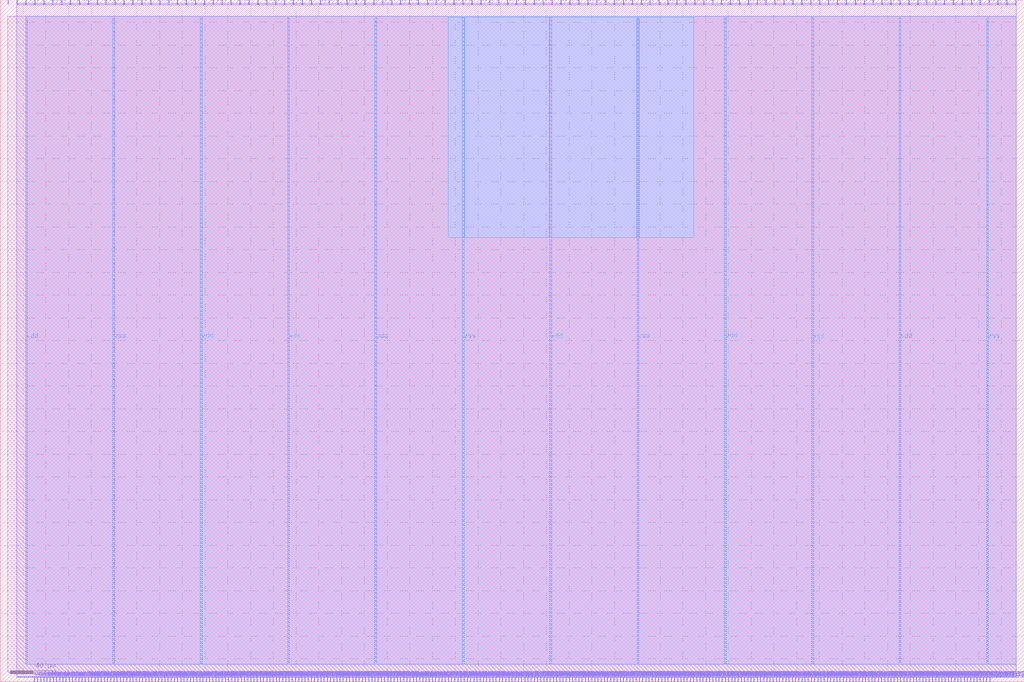
<source format=lef>
VERSION 5.7 ;
  NOWIREEXTENSIONATPIN ON ;
  DIVIDERCHAR "/" ;
  BUSBITCHARS "[]" ;
MACRO user_proj
  CLASS BLOCK ;
  FOREIGN user_proj ;
  ORIGIN 0.000 0.000 ;
  SIZE 900.000 BY 600.000 ;
  PIN io_in[0]
    DIRECTION INPUT ;
    USE SIGNAL ;
    PORT
      LAYER Metal2 ;
        RECT 6.720 596.000 7.280 600.000 ;
    END
  END io_in[0]
  PIN io_in[10]
    DIRECTION INPUT ;
    USE SIGNAL ;
    PORT
      LAYER Metal2 ;
        RECT 241.920 596.000 242.480 600.000 ;
    END
  END io_in[10]
  PIN io_in[11]
    DIRECTION INPUT ;
    USE SIGNAL ;
    PORT
      LAYER Metal2 ;
        RECT 265.440 596.000 266.000 600.000 ;
    END
  END io_in[11]
  PIN io_in[12]
    DIRECTION INPUT ;
    USE SIGNAL ;
    PORT
      LAYER Metal2 ;
        RECT 288.960 596.000 289.520 600.000 ;
    END
  END io_in[12]
  PIN io_in[13]
    DIRECTION INPUT ;
    USE SIGNAL ;
    PORT
      LAYER Metal2 ;
        RECT 312.480 596.000 313.040 600.000 ;
    END
  END io_in[13]
  PIN io_in[14]
    DIRECTION INPUT ;
    USE SIGNAL ;
    PORT
      LAYER Metal2 ;
        RECT 336.000 596.000 336.560 600.000 ;
    END
  END io_in[14]
  PIN io_in[15]
    DIRECTION INPUT ;
    USE SIGNAL ;
    PORT
      LAYER Metal2 ;
        RECT 359.520 596.000 360.080 600.000 ;
    END
  END io_in[15]
  PIN io_in[16]
    DIRECTION INPUT ;
    USE SIGNAL ;
    PORT
      LAYER Metal2 ;
        RECT 383.040 596.000 383.600 600.000 ;
    END
  END io_in[16]
  PIN io_in[17]
    DIRECTION INPUT ;
    USE SIGNAL ;
    PORT
      LAYER Metal2 ;
        RECT 406.560 596.000 407.120 600.000 ;
    END
  END io_in[17]
  PIN io_in[18]
    DIRECTION INPUT ;
    USE SIGNAL ;
    PORT
      LAYER Metal2 ;
        RECT 430.080 596.000 430.640 600.000 ;
    END
  END io_in[18]
  PIN io_in[19]
    DIRECTION INPUT ;
    USE SIGNAL ;
    PORT
      LAYER Metal2 ;
        RECT 453.600 596.000 454.160 600.000 ;
    END
  END io_in[19]
  PIN io_in[1]
    DIRECTION INPUT ;
    USE SIGNAL ;
    PORT
      LAYER Metal2 ;
        RECT 30.240 596.000 30.800 600.000 ;
    END
  END io_in[1]
  PIN io_in[20]
    DIRECTION INPUT ;
    USE SIGNAL ;
    PORT
      LAYER Metal2 ;
        RECT 477.120 596.000 477.680 600.000 ;
    END
  END io_in[20]
  PIN io_in[21]
    DIRECTION INPUT ;
    USE SIGNAL ;
    PORT
      LAYER Metal2 ;
        RECT 500.640 596.000 501.200 600.000 ;
    END
  END io_in[21]
  PIN io_in[22]
    DIRECTION INPUT ;
    USE SIGNAL ;
    PORT
      LAYER Metal2 ;
        RECT 524.160 596.000 524.720 600.000 ;
    END
  END io_in[22]
  PIN io_in[23]
    DIRECTION INPUT ;
    USE SIGNAL ;
    PORT
      LAYER Metal2 ;
        RECT 547.680 596.000 548.240 600.000 ;
    END
  END io_in[23]
  PIN io_in[24]
    DIRECTION INPUT ;
    USE SIGNAL ;
    PORT
      LAYER Metal2 ;
        RECT 571.200 596.000 571.760 600.000 ;
    END
  END io_in[24]
  PIN io_in[25]
    DIRECTION INPUT ;
    USE SIGNAL ;
    PORT
      LAYER Metal2 ;
        RECT 594.720 596.000 595.280 600.000 ;
    END
  END io_in[25]
  PIN io_in[26]
    DIRECTION INPUT ;
    USE SIGNAL ;
    PORT
      LAYER Metal2 ;
        RECT 618.240 596.000 618.800 600.000 ;
    END
  END io_in[26]
  PIN io_in[27]
    DIRECTION INPUT ;
    USE SIGNAL ;
    PORT
      LAYER Metal2 ;
        RECT 641.760 596.000 642.320 600.000 ;
    END
  END io_in[27]
  PIN io_in[28]
    DIRECTION INPUT ;
    USE SIGNAL ;
    PORT
      LAYER Metal2 ;
        RECT 665.280 596.000 665.840 600.000 ;
    END
  END io_in[28]
  PIN io_in[29]
    DIRECTION INPUT ;
    USE SIGNAL ;
    PORT
      LAYER Metal2 ;
        RECT 688.800 596.000 689.360 600.000 ;
    END
  END io_in[29]
  PIN io_in[2]
    DIRECTION INPUT ;
    USE SIGNAL ;
    PORT
      LAYER Metal2 ;
        RECT 53.760 596.000 54.320 600.000 ;
    END
  END io_in[2]
  PIN io_in[30]
    DIRECTION INPUT ;
    USE SIGNAL ;
    PORT
      LAYER Metal2 ;
        RECT 712.320 596.000 712.880 600.000 ;
    END
  END io_in[30]
  PIN io_in[31]
    DIRECTION INPUT ;
    USE SIGNAL ;
    PORT
      LAYER Metal2 ;
        RECT 735.840 596.000 736.400 600.000 ;
    END
  END io_in[31]
  PIN io_in[32]
    DIRECTION INPUT ;
    USE SIGNAL ;
    PORT
      LAYER Metal2 ;
        RECT 759.360 596.000 759.920 600.000 ;
    END
  END io_in[32]
  PIN io_in[33]
    DIRECTION INPUT ;
    USE SIGNAL ;
    PORT
      LAYER Metal2 ;
        RECT 782.880 596.000 783.440 600.000 ;
    END
  END io_in[33]
  PIN io_in[34]
    DIRECTION INPUT ;
    USE SIGNAL ;
    PORT
      LAYER Metal2 ;
        RECT 806.400 596.000 806.960 600.000 ;
    END
  END io_in[34]
  PIN io_in[35]
    DIRECTION INPUT ;
    USE SIGNAL ;
    PORT
      LAYER Metal2 ;
        RECT 829.920 596.000 830.480 600.000 ;
    END
  END io_in[35]
  PIN io_in[36]
    DIRECTION INPUT ;
    USE SIGNAL ;
    PORT
      LAYER Metal2 ;
        RECT 853.440 596.000 854.000 600.000 ;
    END
  END io_in[36]
  PIN io_in[37]
    DIRECTION INPUT ;
    USE SIGNAL ;
    PORT
      LAYER Metal2 ;
        RECT 876.960 596.000 877.520 600.000 ;
    END
  END io_in[37]
  PIN io_in[3]
    DIRECTION INPUT ;
    USE SIGNAL ;
    PORT
      LAYER Metal2 ;
        RECT 77.280 596.000 77.840 600.000 ;
    END
  END io_in[3]
  PIN io_in[4]
    DIRECTION INPUT ;
    USE SIGNAL ;
    PORT
      LAYER Metal2 ;
        RECT 100.800 596.000 101.360 600.000 ;
    END
  END io_in[4]
  PIN io_in[5]
    DIRECTION INPUT ;
    USE SIGNAL ;
    PORT
      LAYER Metal2 ;
        RECT 124.320 596.000 124.880 600.000 ;
    END
  END io_in[5]
  PIN io_in[6]
    DIRECTION INPUT ;
    USE SIGNAL ;
    PORT
      LAYER Metal2 ;
        RECT 147.840 596.000 148.400 600.000 ;
    END
  END io_in[6]
  PIN io_in[7]
    DIRECTION INPUT ;
    USE SIGNAL ;
    PORT
      LAYER Metal2 ;
        RECT 171.360 596.000 171.920 600.000 ;
    END
  END io_in[7]
  PIN io_in[8]
    DIRECTION INPUT ;
    USE SIGNAL ;
    PORT
      LAYER Metal2 ;
        RECT 194.880 596.000 195.440 600.000 ;
    END
  END io_in[8]
  PIN io_in[9]
    DIRECTION INPUT ;
    USE SIGNAL ;
    PORT
      LAYER Metal2 ;
        RECT 218.400 596.000 218.960 600.000 ;
    END
  END io_in[9]
  PIN io_oeb[0]
    DIRECTION OUTPUT TRISTATE ;
    USE SIGNAL ;
    PORT
      LAYER Metal2 ;
        RECT 14.560 596.000 15.120 600.000 ;
    END
  END io_oeb[0]
  PIN io_oeb[10]
    DIRECTION OUTPUT TRISTATE ;
    USE SIGNAL ;
    PORT
      LAYER Metal2 ;
        RECT 249.760 596.000 250.320 600.000 ;
    END
  END io_oeb[10]
  PIN io_oeb[11]
    DIRECTION OUTPUT TRISTATE ;
    USE SIGNAL ;
    PORT
      LAYER Metal2 ;
        RECT 273.280 596.000 273.840 600.000 ;
    END
  END io_oeb[11]
  PIN io_oeb[12]
    DIRECTION OUTPUT TRISTATE ;
    USE SIGNAL ;
    PORT
      LAYER Metal2 ;
        RECT 296.800 596.000 297.360 600.000 ;
    END
  END io_oeb[12]
  PIN io_oeb[13]
    DIRECTION OUTPUT TRISTATE ;
    USE SIGNAL ;
    PORT
      LAYER Metal2 ;
        RECT 320.320 596.000 320.880 600.000 ;
    END
  END io_oeb[13]
  PIN io_oeb[14]
    DIRECTION OUTPUT TRISTATE ;
    USE SIGNAL ;
    PORT
      LAYER Metal2 ;
        RECT 343.840 596.000 344.400 600.000 ;
    END
  END io_oeb[14]
  PIN io_oeb[15]
    DIRECTION OUTPUT TRISTATE ;
    USE SIGNAL ;
    PORT
      LAYER Metal2 ;
        RECT 367.360 596.000 367.920 600.000 ;
    END
  END io_oeb[15]
  PIN io_oeb[16]
    DIRECTION OUTPUT TRISTATE ;
    USE SIGNAL ;
    PORT
      LAYER Metal2 ;
        RECT 390.880 596.000 391.440 600.000 ;
    END
  END io_oeb[16]
  PIN io_oeb[17]
    DIRECTION OUTPUT TRISTATE ;
    USE SIGNAL ;
    PORT
      LAYER Metal2 ;
        RECT 414.400 596.000 414.960 600.000 ;
    END
  END io_oeb[17]
  PIN io_oeb[18]
    DIRECTION OUTPUT TRISTATE ;
    USE SIGNAL ;
    PORT
      LAYER Metal2 ;
        RECT 437.920 596.000 438.480 600.000 ;
    END
  END io_oeb[18]
  PIN io_oeb[19]
    DIRECTION OUTPUT TRISTATE ;
    USE SIGNAL ;
    PORT
      LAYER Metal2 ;
        RECT 461.440 596.000 462.000 600.000 ;
    END
  END io_oeb[19]
  PIN io_oeb[1]
    DIRECTION OUTPUT TRISTATE ;
    USE SIGNAL ;
    PORT
      LAYER Metal2 ;
        RECT 38.080 596.000 38.640 600.000 ;
    END
  END io_oeb[1]
  PIN io_oeb[20]
    DIRECTION OUTPUT TRISTATE ;
    USE SIGNAL ;
    PORT
      LAYER Metal2 ;
        RECT 484.960 596.000 485.520 600.000 ;
    END
  END io_oeb[20]
  PIN io_oeb[21]
    DIRECTION OUTPUT TRISTATE ;
    USE SIGNAL ;
    PORT
      LAYER Metal2 ;
        RECT 508.480 596.000 509.040 600.000 ;
    END
  END io_oeb[21]
  PIN io_oeb[22]
    DIRECTION OUTPUT TRISTATE ;
    USE SIGNAL ;
    PORT
      LAYER Metal2 ;
        RECT 532.000 596.000 532.560 600.000 ;
    END
  END io_oeb[22]
  PIN io_oeb[23]
    DIRECTION OUTPUT TRISTATE ;
    USE SIGNAL ;
    PORT
      LAYER Metal2 ;
        RECT 555.520 596.000 556.080 600.000 ;
    END
  END io_oeb[23]
  PIN io_oeb[24]
    DIRECTION OUTPUT TRISTATE ;
    USE SIGNAL ;
    PORT
      LAYER Metal2 ;
        RECT 579.040 596.000 579.600 600.000 ;
    END
  END io_oeb[24]
  PIN io_oeb[25]
    DIRECTION OUTPUT TRISTATE ;
    USE SIGNAL ;
    PORT
      LAYER Metal2 ;
        RECT 602.560 596.000 603.120 600.000 ;
    END
  END io_oeb[25]
  PIN io_oeb[26]
    DIRECTION OUTPUT TRISTATE ;
    USE SIGNAL ;
    PORT
      LAYER Metal2 ;
        RECT 626.080 596.000 626.640 600.000 ;
    END
  END io_oeb[26]
  PIN io_oeb[27]
    DIRECTION OUTPUT TRISTATE ;
    USE SIGNAL ;
    PORT
      LAYER Metal2 ;
        RECT 649.600 596.000 650.160 600.000 ;
    END
  END io_oeb[27]
  PIN io_oeb[28]
    DIRECTION OUTPUT TRISTATE ;
    USE SIGNAL ;
    PORT
      LAYER Metal2 ;
        RECT 673.120 596.000 673.680 600.000 ;
    END
  END io_oeb[28]
  PIN io_oeb[29]
    DIRECTION OUTPUT TRISTATE ;
    USE SIGNAL ;
    PORT
      LAYER Metal2 ;
        RECT 696.640 596.000 697.200 600.000 ;
    END
  END io_oeb[29]
  PIN io_oeb[2]
    DIRECTION OUTPUT TRISTATE ;
    USE SIGNAL ;
    PORT
      LAYER Metal2 ;
        RECT 61.600 596.000 62.160 600.000 ;
    END
  END io_oeb[2]
  PIN io_oeb[30]
    DIRECTION OUTPUT TRISTATE ;
    USE SIGNAL ;
    PORT
      LAYER Metal2 ;
        RECT 720.160 596.000 720.720 600.000 ;
    END
  END io_oeb[30]
  PIN io_oeb[31]
    DIRECTION OUTPUT TRISTATE ;
    USE SIGNAL ;
    PORT
      LAYER Metal2 ;
        RECT 743.680 596.000 744.240 600.000 ;
    END
  END io_oeb[31]
  PIN io_oeb[32]
    DIRECTION OUTPUT TRISTATE ;
    USE SIGNAL ;
    PORT
      LAYER Metal2 ;
        RECT 767.200 596.000 767.760 600.000 ;
    END
  END io_oeb[32]
  PIN io_oeb[33]
    DIRECTION OUTPUT TRISTATE ;
    USE SIGNAL ;
    PORT
      LAYER Metal2 ;
        RECT 790.720 596.000 791.280 600.000 ;
    END
  END io_oeb[33]
  PIN io_oeb[34]
    DIRECTION OUTPUT TRISTATE ;
    USE SIGNAL ;
    PORT
      LAYER Metal2 ;
        RECT 814.240 596.000 814.800 600.000 ;
    END
  END io_oeb[34]
  PIN io_oeb[35]
    DIRECTION OUTPUT TRISTATE ;
    USE SIGNAL ;
    PORT
      LAYER Metal2 ;
        RECT 837.760 596.000 838.320 600.000 ;
    END
  END io_oeb[35]
  PIN io_oeb[36]
    DIRECTION OUTPUT TRISTATE ;
    USE SIGNAL ;
    PORT
      LAYER Metal2 ;
        RECT 861.280 596.000 861.840 600.000 ;
    END
  END io_oeb[36]
  PIN io_oeb[37]
    DIRECTION OUTPUT TRISTATE ;
    USE SIGNAL ;
    PORT
      LAYER Metal2 ;
        RECT 884.800 596.000 885.360 600.000 ;
    END
  END io_oeb[37]
  PIN io_oeb[3]
    DIRECTION OUTPUT TRISTATE ;
    USE SIGNAL ;
    PORT
      LAYER Metal2 ;
        RECT 85.120 596.000 85.680 600.000 ;
    END
  END io_oeb[3]
  PIN io_oeb[4]
    DIRECTION OUTPUT TRISTATE ;
    USE SIGNAL ;
    PORT
      LAYER Metal2 ;
        RECT 108.640 596.000 109.200 600.000 ;
    END
  END io_oeb[4]
  PIN io_oeb[5]
    DIRECTION OUTPUT TRISTATE ;
    USE SIGNAL ;
    PORT
      LAYER Metal2 ;
        RECT 132.160 596.000 132.720 600.000 ;
    END
  END io_oeb[5]
  PIN io_oeb[6]
    DIRECTION OUTPUT TRISTATE ;
    USE SIGNAL ;
    PORT
      LAYER Metal2 ;
        RECT 155.680 596.000 156.240 600.000 ;
    END
  END io_oeb[6]
  PIN io_oeb[7]
    DIRECTION OUTPUT TRISTATE ;
    USE SIGNAL ;
    PORT
      LAYER Metal2 ;
        RECT 179.200 596.000 179.760 600.000 ;
    END
  END io_oeb[7]
  PIN io_oeb[8]
    DIRECTION OUTPUT TRISTATE ;
    USE SIGNAL ;
    PORT
      LAYER Metal2 ;
        RECT 202.720 596.000 203.280 600.000 ;
    END
  END io_oeb[8]
  PIN io_oeb[9]
    DIRECTION OUTPUT TRISTATE ;
    USE SIGNAL ;
    PORT
      LAYER Metal2 ;
        RECT 226.240 596.000 226.800 600.000 ;
    END
  END io_oeb[9]
  PIN io_out[0]
    DIRECTION OUTPUT TRISTATE ;
    USE SIGNAL ;
    PORT
      LAYER Metal2 ;
        RECT 22.400 596.000 22.960 600.000 ;
    END
  END io_out[0]
  PIN io_out[10]
    DIRECTION OUTPUT TRISTATE ;
    USE SIGNAL ;
    PORT
      LAYER Metal2 ;
        RECT 257.600 596.000 258.160 600.000 ;
    END
  END io_out[10]
  PIN io_out[11]
    DIRECTION OUTPUT TRISTATE ;
    USE SIGNAL ;
    PORT
      LAYER Metal2 ;
        RECT 281.120 596.000 281.680 600.000 ;
    END
  END io_out[11]
  PIN io_out[12]
    DIRECTION OUTPUT TRISTATE ;
    USE SIGNAL ;
    PORT
      LAYER Metal2 ;
        RECT 304.640 596.000 305.200 600.000 ;
    END
  END io_out[12]
  PIN io_out[13]
    DIRECTION OUTPUT TRISTATE ;
    USE SIGNAL ;
    PORT
      LAYER Metal2 ;
        RECT 328.160 596.000 328.720 600.000 ;
    END
  END io_out[13]
  PIN io_out[14]
    DIRECTION OUTPUT TRISTATE ;
    USE SIGNAL ;
    PORT
      LAYER Metal2 ;
        RECT 351.680 596.000 352.240 600.000 ;
    END
  END io_out[14]
  PIN io_out[15]
    DIRECTION OUTPUT TRISTATE ;
    USE SIGNAL ;
    PORT
      LAYER Metal2 ;
        RECT 375.200 596.000 375.760 600.000 ;
    END
  END io_out[15]
  PIN io_out[16]
    DIRECTION OUTPUT TRISTATE ;
    USE SIGNAL ;
    PORT
      LAYER Metal2 ;
        RECT 398.720 596.000 399.280 600.000 ;
    END
  END io_out[16]
  PIN io_out[17]
    DIRECTION OUTPUT TRISTATE ;
    USE SIGNAL ;
    PORT
      LAYER Metal2 ;
        RECT 422.240 596.000 422.800 600.000 ;
    END
  END io_out[17]
  PIN io_out[18]
    DIRECTION OUTPUT TRISTATE ;
    USE SIGNAL ;
    PORT
      LAYER Metal2 ;
        RECT 445.760 596.000 446.320 600.000 ;
    END
  END io_out[18]
  PIN io_out[19]
    DIRECTION OUTPUT TRISTATE ;
    USE SIGNAL ;
    PORT
      LAYER Metal2 ;
        RECT 469.280 596.000 469.840 600.000 ;
    END
  END io_out[19]
  PIN io_out[1]
    DIRECTION OUTPUT TRISTATE ;
    USE SIGNAL ;
    PORT
      LAYER Metal2 ;
        RECT 45.920 596.000 46.480 600.000 ;
    END
  END io_out[1]
  PIN io_out[20]
    DIRECTION OUTPUT TRISTATE ;
    USE SIGNAL ;
    PORT
      LAYER Metal2 ;
        RECT 492.800 596.000 493.360 600.000 ;
    END
  END io_out[20]
  PIN io_out[21]
    DIRECTION OUTPUT TRISTATE ;
    USE SIGNAL ;
    PORT
      LAYER Metal2 ;
        RECT 516.320 596.000 516.880 600.000 ;
    END
  END io_out[21]
  PIN io_out[22]
    DIRECTION OUTPUT TRISTATE ;
    USE SIGNAL ;
    PORT
      LAYER Metal2 ;
        RECT 539.840 596.000 540.400 600.000 ;
    END
  END io_out[22]
  PIN io_out[23]
    DIRECTION OUTPUT TRISTATE ;
    USE SIGNAL ;
    PORT
      LAYER Metal2 ;
        RECT 563.360 596.000 563.920 600.000 ;
    END
  END io_out[23]
  PIN io_out[24]
    DIRECTION OUTPUT TRISTATE ;
    USE SIGNAL ;
    PORT
      LAYER Metal2 ;
        RECT 586.880 596.000 587.440 600.000 ;
    END
  END io_out[24]
  PIN io_out[25]
    DIRECTION OUTPUT TRISTATE ;
    USE SIGNAL ;
    PORT
      LAYER Metal2 ;
        RECT 610.400 596.000 610.960 600.000 ;
    END
  END io_out[25]
  PIN io_out[26]
    DIRECTION OUTPUT TRISTATE ;
    USE SIGNAL ;
    PORT
      LAYER Metal2 ;
        RECT 633.920 596.000 634.480 600.000 ;
    END
  END io_out[26]
  PIN io_out[27]
    DIRECTION OUTPUT TRISTATE ;
    USE SIGNAL ;
    PORT
      LAYER Metal2 ;
        RECT 657.440 596.000 658.000 600.000 ;
    END
  END io_out[27]
  PIN io_out[28]
    DIRECTION OUTPUT TRISTATE ;
    USE SIGNAL ;
    PORT
      LAYER Metal2 ;
        RECT 680.960 596.000 681.520 600.000 ;
    END
  END io_out[28]
  PIN io_out[29]
    DIRECTION OUTPUT TRISTATE ;
    USE SIGNAL ;
    PORT
      LAYER Metal2 ;
        RECT 704.480 596.000 705.040 600.000 ;
    END
  END io_out[29]
  PIN io_out[2]
    DIRECTION OUTPUT TRISTATE ;
    USE SIGNAL ;
    PORT
      LAYER Metal2 ;
        RECT 69.440 596.000 70.000 600.000 ;
    END
  END io_out[2]
  PIN io_out[30]
    DIRECTION OUTPUT TRISTATE ;
    USE SIGNAL ;
    PORT
      LAYER Metal2 ;
        RECT 728.000 596.000 728.560 600.000 ;
    END
  END io_out[30]
  PIN io_out[31]
    DIRECTION OUTPUT TRISTATE ;
    USE SIGNAL ;
    PORT
      LAYER Metal2 ;
        RECT 751.520 596.000 752.080 600.000 ;
    END
  END io_out[31]
  PIN io_out[32]
    DIRECTION OUTPUT TRISTATE ;
    USE SIGNAL ;
    PORT
      LAYER Metal2 ;
        RECT 775.040 596.000 775.600 600.000 ;
    END
  END io_out[32]
  PIN io_out[33]
    DIRECTION OUTPUT TRISTATE ;
    USE SIGNAL ;
    PORT
      LAYER Metal2 ;
        RECT 798.560 596.000 799.120 600.000 ;
    END
  END io_out[33]
  PIN io_out[34]
    DIRECTION OUTPUT TRISTATE ;
    USE SIGNAL ;
    PORT
      LAYER Metal2 ;
        RECT 822.080 596.000 822.640 600.000 ;
    END
  END io_out[34]
  PIN io_out[35]
    DIRECTION OUTPUT TRISTATE ;
    USE SIGNAL ;
    PORT
      LAYER Metal2 ;
        RECT 845.600 596.000 846.160 600.000 ;
    END
  END io_out[35]
  PIN io_out[36]
    DIRECTION OUTPUT TRISTATE ;
    USE SIGNAL ;
    PORT
      LAYER Metal2 ;
        RECT 869.120 596.000 869.680 600.000 ;
    END
  END io_out[36]
  PIN io_out[37]
    DIRECTION OUTPUT TRISTATE ;
    USE SIGNAL ;
    PORT
      LAYER Metal2 ;
        RECT 892.640 596.000 893.200 600.000 ;
    END
  END io_out[37]
  PIN io_out[3]
    DIRECTION OUTPUT TRISTATE ;
    USE SIGNAL ;
    PORT
      LAYER Metal2 ;
        RECT 92.960 596.000 93.520 600.000 ;
    END
  END io_out[3]
  PIN io_out[4]
    DIRECTION OUTPUT TRISTATE ;
    USE SIGNAL ;
    PORT
      LAYER Metal2 ;
        RECT 116.480 596.000 117.040 600.000 ;
    END
  END io_out[4]
  PIN io_out[5]
    DIRECTION OUTPUT TRISTATE ;
    USE SIGNAL ;
    PORT
      LAYER Metal2 ;
        RECT 140.000 596.000 140.560 600.000 ;
    END
  END io_out[5]
  PIN io_out[6]
    DIRECTION OUTPUT TRISTATE ;
    USE SIGNAL ;
    PORT
      LAYER Metal2 ;
        RECT 163.520 596.000 164.080 600.000 ;
    END
  END io_out[6]
  PIN io_out[7]
    DIRECTION OUTPUT TRISTATE ;
    USE SIGNAL ;
    PORT
      LAYER Metal2 ;
        RECT 187.040 596.000 187.600 600.000 ;
    END
  END io_out[7]
  PIN io_out[8]
    DIRECTION OUTPUT TRISTATE ;
    USE SIGNAL ;
    PORT
      LAYER Metal2 ;
        RECT 210.560 596.000 211.120 600.000 ;
    END
  END io_out[8]
  PIN io_out[9]
    DIRECTION OUTPUT TRISTATE ;
    USE SIGNAL ;
    PORT
      LAYER Metal2 ;
        RECT 234.080 596.000 234.640 600.000 ;
    END
  END io_out[9]
  PIN irq[0]
    DIRECTION OUTPUT TRISTATE ;
    USE SIGNAL ;
    PORT
      LAYER Metal2 ;
        RECT 864.080 0.000 864.640 4.000 ;
    END
  END irq[0]
  PIN irq[1]
    DIRECTION OUTPUT TRISTATE ;
    USE SIGNAL ;
    PORT
      LAYER Metal2 ;
        RECT 866.880 0.000 867.440 4.000 ;
    END
  END irq[1]
  PIN irq[2]
    DIRECTION OUTPUT TRISTATE ;
    USE SIGNAL ;
    PORT
      LAYER Metal2 ;
        RECT 869.680 0.000 870.240 4.000 ;
    END
  END irq[2]
  PIN la_data_in[0]
    DIRECTION INPUT ;
    USE SIGNAL ;
    PORT
      LAYER Metal2 ;
        RECT 326.480 0.000 327.040 4.000 ;
    END
  END la_data_in[0]
  PIN la_data_in[10]
    DIRECTION INPUT ;
    USE SIGNAL ;
    PORT
      LAYER Metal2 ;
        RECT 410.480 0.000 411.040 4.000 ;
    END
  END la_data_in[10]
  PIN la_data_in[11]
    DIRECTION INPUT ;
    USE SIGNAL ;
    PORT
      LAYER Metal2 ;
        RECT 418.880 0.000 419.440 4.000 ;
    END
  END la_data_in[11]
  PIN la_data_in[12]
    DIRECTION INPUT ;
    USE SIGNAL ;
    PORT
      LAYER Metal2 ;
        RECT 427.280 0.000 427.840 4.000 ;
    END
  END la_data_in[12]
  PIN la_data_in[13]
    DIRECTION INPUT ;
    USE SIGNAL ;
    PORT
      LAYER Metal2 ;
        RECT 435.680 0.000 436.240 4.000 ;
    END
  END la_data_in[13]
  PIN la_data_in[14]
    DIRECTION INPUT ;
    USE SIGNAL ;
    PORT
      LAYER Metal2 ;
        RECT 444.080 0.000 444.640 4.000 ;
    END
  END la_data_in[14]
  PIN la_data_in[15]
    DIRECTION INPUT ;
    USE SIGNAL ;
    PORT
      LAYER Metal2 ;
        RECT 452.480 0.000 453.040 4.000 ;
    END
  END la_data_in[15]
  PIN la_data_in[16]
    DIRECTION INPUT ;
    USE SIGNAL ;
    PORT
      LAYER Metal2 ;
        RECT 460.880 0.000 461.440 4.000 ;
    END
  END la_data_in[16]
  PIN la_data_in[17]
    DIRECTION INPUT ;
    USE SIGNAL ;
    PORT
      LAYER Metal2 ;
        RECT 469.280 0.000 469.840 4.000 ;
    END
  END la_data_in[17]
  PIN la_data_in[18]
    DIRECTION INPUT ;
    USE SIGNAL ;
    PORT
      LAYER Metal2 ;
        RECT 477.680 0.000 478.240 4.000 ;
    END
  END la_data_in[18]
  PIN la_data_in[19]
    DIRECTION INPUT ;
    USE SIGNAL ;
    PORT
      LAYER Metal2 ;
        RECT 486.080 0.000 486.640 4.000 ;
    END
  END la_data_in[19]
  PIN la_data_in[1]
    DIRECTION INPUT ;
    USE SIGNAL ;
    PORT
      LAYER Metal2 ;
        RECT 334.880 0.000 335.440 4.000 ;
    END
  END la_data_in[1]
  PIN la_data_in[20]
    DIRECTION INPUT ;
    USE SIGNAL ;
    PORT
      LAYER Metal2 ;
        RECT 494.480 0.000 495.040 4.000 ;
    END
  END la_data_in[20]
  PIN la_data_in[21]
    DIRECTION INPUT ;
    USE SIGNAL ;
    PORT
      LAYER Metal2 ;
        RECT 502.880 0.000 503.440 4.000 ;
    END
  END la_data_in[21]
  PIN la_data_in[22]
    DIRECTION INPUT ;
    USE SIGNAL ;
    PORT
      LAYER Metal2 ;
        RECT 511.280 0.000 511.840 4.000 ;
    END
  END la_data_in[22]
  PIN la_data_in[23]
    DIRECTION INPUT ;
    USE SIGNAL ;
    PORT
      LAYER Metal2 ;
        RECT 519.680 0.000 520.240 4.000 ;
    END
  END la_data_in[23]
  PIN la_data_in[24]
    DIRECTION INPUT ;
    USE SIGNAL ;
    PORT
      LAYER Metal2 ;
        RECT 528.080 0.000 528.640 4.000 ;
    END
  END la_data_in[24]
  PIN la_data_in[25]
    DIRECTION INPUT ;
    USE SIGNAL ;
    PORT
      LAYER Metal2 ;
        RECT 536.480 0.000 537.040 4.000 ;
    END
  END la_data_in[25]
  PIN la_data_in[26]
    DIRECTION INPUT ;
    USE SIGNAL ;
    PORT
      LAYER Metal2 ;
        RECT 544.880 0.000 545.440 4.000 ;
    END
  END la_data_in[26]
  PIN la_data_in[27]
    DIRECTION INPUT ;
    USE SIGNAL ;
    PORT
      LAYER Metal2 ;
        RECT 553.280 0.000 553.840 4.000 ;
    END
  END la_data_in[27]
  PIN la_data_in[28]
    DIRECTION INPUT ;
    USE SIGNAL ;
    PORT
      LAYER Metal2 ;
        RECT 561.680 0.000 562.240 4.000 ;
    END
  END la_data_in[28]
  PIN la_data_in[29]
    DIRECTION INPUT ;
    USE SIGNAL ;
    PORT
      LAYER Metal2 ;
        RECT 570.080 0.000 570.640 4.000 ;
    END
  END la_data_in[29]
  PIN la_data_in[2]
    DIRECTION INPUT ;
    USE SIGNAL ;
    PORT
      LAYER Metal2 ;
        RECT 343.280 0.000 343.840 4.000 ;
    END
  END la_data_in[2]
  PIN la_data_in[30]
    DIRECTION INPUT ;
    USE SIGNAL ;
    PORT
      LAYER Metal2 ;
        RECT 578.480 0.000 579.040 4.000 ;
    END
  END la_data_in[30]
  PIN la_data_in[31]
    DIRECTION INPUT ;
    USE SIGNAL ;
    PORT
      LAYER Metal2 ;
        RECT 586.880 0.000 587.440 4.000 ;
    END
  END la_data_in[31]
  PIN la_data_in[32]
    DIRECTION INPUT ;
    USE SIGNAL ;
    PORT
      LAYER Metal2 ;
        RECT 595.280 0.000 595.840 4.000 ;
    END
  END la_data_in[32]
  PIN la_data_in[33]
    DIRECTION INPUT ;
    USE SIGNAL ;
    PORT
      LAYER Metal2 ;
        RECT 603.680 0.000 604.240 4.000 ;
    END
  END la_data_in[33]
  PIN la_data_in[34]
    DIRECTION INPUT ;
    USE SIGNAL ;
    PORT
      LAYER Metal2 ;
        RECT 612.080 0.000 612.640 4.000 ;
    END
  END la_data_in[34]
  PIN la_data_in[35]
    DIRECTION INPUT ;
    USE SIGNAL ;
    PORT
      LAYER Metal2 ;
        RECT 620.480 0.000 621.040 4.000 ;
    END
  END la_data_in[35]
  PIN la_data_in[36]
    DIRECTION INPUT ;
    USE SIGNAL ;
    PORT
      LAYER Metal2 ;
        RECT 628.880 0.000 629.440 4.000 ;
    END
  END la_data_in[36]
  PIN la_data_in[37]
    DIRECTION INPUT ;
    USE SIGNAL ;
    PORT
      LAYER Metal2 ;
        RECT 637.280 0.000 637.840 4.000 ;
    END
  END la_data_in[37]
  PIN la_data_in[38]
    DIRECTION INPUT ;
    USE SIGNAL ;
    PORT
      LAYER Metal2 ;
        RECT 645.680 0.000 646.240 4.000 ;
    END
  END la_data_in[38]
  PIN la_data_in[39]
    DIRECTION INPUT ;
    USE SIGNAL ;
    PORT
      LAYER Metal2 ;
        RECT 654.080 0.000 654.640 4.000 ;
    END
  END la_data_in[39]
  PIN la_data_in[3]
    DIRECTION INPUT ;
    USE SIGNAL ;
    PORT
      LAYER Metal2 ;
        RECT 351.680 0.000 352.240 4.000 ;
    END
  END la_data_in[3]
  PIN la_data_in[40]
    DIRECTION INPUT ;
    USE SIGNAL ;
    PORT
      LAYER Metal2 ;
        RECT 662.480 0.000 663.040 4.000 ;
    END
  END la_data_in[40]
  PIN la_data_in[41]
    DIRECTION INPUT ;
    USE SIGNAL ;
    PORT
      LAYER Metal2 ;
        RECT 670.880 0.000 671.440 4.000 ;
    END
  END la_data_in[41]
  PIN la_data_in[42]
    DIRECTION INPUT ;
    USE SIGNAL ;
    PORT
      LAYER Metal2 ;
        RECT 679.280 0.000 679.840 4.000 ;
    END
  END la_data_in[42]
  PIN la_data_in[43]
    DIRECTION INPUT ;
    USE SIGNAL ;
    PORT
      LAYER Metal2 ;
        RECT 687.680 0.000 688.240 4.000 ;
    END
  END la_data_in[43]
  PIN la_data_in[44]
    DIRECTION INPUT ;
    USE SIGNAL ;
    PORT
      LAYER Metal2 ;
        RECT 696.080 0.000 696.640 4.000 ;
    END
  END la_data_in[44]
  PIN la_data_in[45]
    DIRECTION INPUT ;
    USE SIGNAL ;
    PORT
      LAYER Metal2 ;
        RECT 704.480 0.000 705.040 4.000 ;
    END
  END la_data_in[45]
  PIN la_data_in[46]
    DIRECTION INPUT ;
    USE SIGNAL ;
    PORT
      LAYER Metal2 ;
        RECT 712.880 0.000 713.440 4.000 ;
    END
  END la_data_in[46]
  PIN la_data_in[47]
    DIRECTION INPUT ;
    USE SIGNAL ;
    PORT
      LAYER Metal2 ;
        RECT 721.280 0.000 721.840 4.000 ;
    END
  END la_data_in[47]
  PIN la_data_in[48]
    DIRECTION INPUT ;
    USE SIGNAL ;
    PORT
      LAYER Metal2 ;
        RECT 729.680 0.000 730.240 4.000 ;
    END
  END la_data_in[48]
  PIN la_data_in[49]
    DIRECTION INPUT ;
    USE SIGNAL ;
    PORT
      LAYER Metal2 ;
        RECT 738.080 0.000 738.640 4.000 ;
    END
  END la_data_in[49]
  PIN la_data_in[4]
    DIRECTION INPUT ;
    USE SIGNAL ;
    PORT
      LAYER Metal2 ;
        RECT 360.080 0.000 360.640 4.000 ;
    END
  END la_data_in[4]
  PIN la_data_in[50]
    DIRECTION INPUT ;
    USE SIGNAL ;
    PORT
      LAYER Metal2 ;
        RECT 746.480 0.000 747.040 4.000 ;
    END
  END la_data_in[50]
  PIN la_data_in[51]
    DIRECTION INPUT ;
    USE SIGNAL ;
    PORT
      LAYER Metal2 ;
        RECT 754.880 0.000 755.440 4.000 ;
    END
  END la_data_in[51]
  PIN la_data_in[52]
    DIRECTION INPUT ;
    USE SIGNAL ;
    PORT
      LAYER Metal2 ;
        RECT 763.280 0.000 763.840 4.000 ;
    END
  END la_data_in[52]
  PIN la_data_in[53]
    DIRECTION INPUT ;
    USE SIGNAL ;
    PORT
      LAYER Metal2 ;
        RECT 771.680 0.000 772.240 4.000 ;
    END
  END la_data_in[53]
  PIN la_data_in[54]
    DIRECTION INPUT ;
    USE SIGNAL ;
    PORT
      LAYER Metal2 ;
        RECT 780.080 0.000 780.640 4.000 ;
    END
  END la_data_in[54]
  PIN la_data_in[55]
    DIRECTION INPUT ;
    USE SIGNAL ;
    PORT
      LAYER Metal2 ;
        RECT 788.480 0.000 789.040 4.000 ;
    END
  END la_data_in[55]
  PIN la_data_in[56]
    DIRECTION INPUT ;
    USE SIGNAL ;
    PORT
      LAYER Metal2 ;
        RECT 796.880 0.000 797.440 4.000 ;
    END
  END la_data_in[56]
  PIN la_data_in[57]
    DIRECTION INPUT ;
    USE SIGNAL ;
    PORT
      LAYER Metal2 ;
        RECT 805.280 0.000 805.840 4.000 ;
    END
  END la_data_in[57]
  PIN la_data_in[58]
    DIRECTION INPUT ;
    USE SIGNAL ;
    PORT
      LAYER Metal2 ;
        RECT 813.680 0.000 814.240 4.000 ;
    END
  END la_data_in[58]
  PIN la_data_in[59]
    DIRECTION INPUT ;
    USE SIGNAL ;
    PORT
      LAYER Metal2 ;
        RECT 822.080 0.000 822.640 4.000 ;
    END
  END la_data_in[59]
  PIN la_data_in[5]
    DIRECTION INPUT ;
    USE SIGNAL ;
    PORT
      LAYER Metal2 ;
        RECT 368.480 0.000 369.040 4.000 ;
    END
  END la_data_in[5]
  PIN la_data_in[60]
    DIRECTION INPUT ;
    USE SIGNAL ;
    PORT
      LAYER Metal2 ;
        RECT 830.480 0.000 831.040 4.000 ;
    END
  END la_data_in[60]
  PIN la_data_in[61]
    DIRECTION INPUT ;
    USE SIGNAL ;
    PORT
      LAYER Metal2 ;
        RECT 838.880 0.000 839.440 4.000 ;
    END
  END la_data_in[61]
  PIN la_data_in[62]
    DIRECTION INPUT ;
    USE SIGNAL ;
    PORT
      LAYER Metal2 ;
        RECT 847.280 0.000 847.840 4.000 ;
    END
  END la_data_in[62]
  PIN la_data_in[63]
    DIRECTION INPUT ;
    USE SIGNAL ;
    PORT
      LAYER Metal2 ;
        RECT 855.680 0.000 856.240 4.000 ;
    END
  END la_data_in[63]
  PIN la_data_in[6]
    DIRECTION INPUT ;
    USE SIGNAL ;
    PORT
      LAYER Metal2 ;
        RECT 376.880 0.000 377.440 4.000 ;
    END
  END la_data_in[6]
  PIN la_data_in[7]
    DIRECTION INPUT ;
    USE SIGNAL ;
    PORT
      LAYER Metal2 ;
        RECT 385.280 0.000 385.840 4.000 ;
    END
  END la_data_in[7]
  PIN la_data_in[8]
    DIRECTION INPUT ;
    USE SIGNAL ;
    PORT
      LAYER Metal2 ;
        RECT 393.680 0.000 394.240 4.000 ;
    END
  END la_data_in[8]
  PIN la_data_in[9]
    DIRECTION INPUT ;
    USE SIGNAL ;
    PORT
      LAYER Metal2 ;
        RECT 402.080 0.000 402.640 4.000 ;
    END
  END la_data_in[9]
  PIN la_data_out[0]
    DIRECTION OUTPUT TRISTATE ;
    USE SIGNAL ;
    PORT
      LAYER Metal2 ;
        RECT 329.280 0.000 329.840 4.000 ;
    END
  END la_data_out[0]
  PIN la_data_out[10]
    DIRECTION OUTPUT TRISTATE ;
    USE SIGNAL ;
    PORT
      LAYER Metal2 ;
        RECT 413.280 0.000 413.840 4.000 ;
    END
  END la_data_out[10]
  PIN la_data_out[11]
    DIRECTION OUTPUT TRISTATE ;
    USE SIGNAL ;
    PORT
      LAYER Metal2 ;
        RECT 421.680 0.000 422.240 4.000 ;
    END
  END la_data_out[11]
  PIN la_data_out[12]
    DIRECTION OUTPUT TRISTATE ;
    USE SIGNAL ;
    PORT
      LAYER Metal2 ;
        RECT 430.080 0.000 430.640 4.000 ;
    END
  END la_data_out[12]
  PIN la_data_out[13]
    DIRECTION OUTPUT TRISTATE ;
    USE SIGNAL ;
    PORT
      LAYER Metal2 ;
        RECT 438.480 0.000 439.040 4.000 ;
    END
  END la_data_out[13]
  PIN la_data_out[14]
    DIRECTION OUTPUT TRISTATE ;
    USE SIGNAL ;
    PORT
      LAYER Metal2 ;
        RECT 446.880 0.000 447.440 4.000 ;
    END
  END la_data_out[14]
  PIN la_data_out[15]
    DIRECTION OUTPUT TRISTATE ;
    USE SIGNAL ;
    PORT
      LAYER Metal2 ;
        RECT 455.280 0.000 455.840 4.000 ;
    END
  END la_data_out[15]
  PIN la_data_out[16]
    DIRECTION OUTPUT TRISTATE ;
    USE SIGNAL ;
    PORT
      LAYER Metal2 ;
        RECT 463.680 0.000 464.240 4.000 ;
    END
  END la_data_out[16]
  PIN la_data_out[17]
    DIRECTION OUTPUT TRISTATE ;
    USE SIGNAL ;
    PORT
      LAYER Metal2 ;
        RECT 472.080 0.000 472.640 4.000 ;
    END
  END la_data_out[17]
  PIN la_data_out[18]
    DIRECTION OUTPUT TRISTATE ;
    USE SIGNAL ;
    PORT
      LAYER Metal2 ;
        RECT 480.480 0.000 481.040 4.000 ;
    END
  END la_data_out[18]
  PIN la_data_out[19]
    DIRECTION OUTPUT TRISTATE ;
    USE SIGNAL ;
    PORT
      LAYER Metal2 ;
        RECT 488.880 0.000 489.440 4.000 ;
    END
  END la_data_out[19]
  PIN la_data_out[1]
    DIRECTION OUTPUT TRISTATE ;
    USE SIGNAL ;
    PORT
      LAYER Metal2 ;
        RECT 337.680 0.000 338.240 4.000 ;
    END
  END la_data_out[1]
  PIN la_data_out[20]
    DIRECTION OUTPUT TRISTATE ;
    USE SIGNAL ;
    PORT
      LAYER Metal2 ;
        RECT 497.280 0.000 497.840 4.000 ;
    END
  END la_data_out[20]
  PIN la_data_out[21]
    DIRECTION OUTPUT TRISTATE ;
    USE SIGNAL ;
    PORT
      LAYER Metal2 ;
        RECT 505.680 0.000 506.240 4.000 ;
    END
  END la_data_out[21]
  PIN la_data_out[22]
    DIRECTION OUTPUT TRISTATE ;
    USE SIGNAL ;
    PORT
      LAYER Metal2 ;
        RECT 514.080 0.000 514.640 4.000 ;
    END
  END la_data_out[22]
  PIN la_data_out[23]
    DIRECTION OUTPUT TRISTATE ;
    USE SIGNAL ;
    PORT
      LAYER Metal2 ;
        RECT 522.480 0.000 523.040 4.000 ;
    END
  END la_data_out[23]
  PIN la_data_out[24]
    DIRECTION OUTPUT TRISTATE ;
    USE SIGNAL ;
    PORT
      LAYER Metal2 ;
        RECT 530.880 0.000 531.440 4.000 ;
    END
  END la_data_out[24]
  PIN la_data_out[25]
    DIRECTION OUTPUT TRISTATE ;
    USE SIGNAL ;
    PORT
      LAYER Metal2 ;
        RECT 539.280 0.000 539.840 4.000 ;
    END
  END la_data_out[25]
  PIN la_data_out[26]
    DIRECTION OUTPUT TRISTATE ;
    USE SIGNAL ;
    PORT
      LAYER Metal2 ;
        RECT 547.680 0.000 548.240 4.000 ;
    END
  END la_data_out[26]
  PIN la_data_out[27]
    DIRECTION OUTPUT TRISTATE ;
    USE SIGNAL ;
    PORT
      LAYER Metal2 ;
        RECT 556.080 0.000 556.640 4.000 ;
    END
  END la_data_out[27]
  PIN la_data_out[28]
    DIRECTION OUTPUT TRISTATE ;
    USE SIGNAL ;
    PORT
      LAYER Metal2 ;
        RECT 564.480 0.000 565.040 4.000 ;
    END
  END la_data_out[28]
  PIN la_data_out[29]
    DIRECTION OUTPUT TRISTATE ;
    USE SIGNAL ;
    PORT
      LAYER Metal2 ;
        RECT 572.880 0.000 573.440 4.000 ;
    END
  END la_data_out[29]
  PIN la_data_out[2]
    DIRECTION OUTPUT TRISTATE ;
    USE SIGNAL ;
    PORT
      LAYER Metal2 ;
        RECT 346.080 0.000 346.640 4.000 ;
    END
  END la_data_out[2]
  PIN la_data_out[30]
    DIRECTION OUTPUT TRISTATE ;
    USE SIGNAL ;
    PORT
      LAYER Metal2 ;
        RECT 581.280 0.000 581.840 4.000 ;
    END
  END la_data_out[30]
  PIN la_data_out[31]
    DIRECTION OUTPUT TRISTATE ;
    USE SIGNAL ;
    PORT
      LAYER Metal2 ;
        RECT 589.680 0.000 590.240 4.000 ;
    END
  END la_data_out[31]
  PIN la_data_out[32]
    DIRECTION OUTPUT TRISTATE ;
    USE SIGNAL ;
    PORT
      LAYER Metal2 ;
        RECT 598.080 0.000 598.640 4.000 ;
    END
  END la_data_out[32]
  PIN la_data_out[33]
    DIRECTION OUTPUT TRISTATE ;
    USE SIGNAL ;
    PORT
      LAYER Metal2 ;
        RECT 606.480 0.000 607.040 4.000 ;
    END
  END la_data_out[33]
  PIN la_data_out[34]
    DIRECTION OUTPUT TRISTATE ;
    USE SIGNAL ;
    PORT
      LAYER Metal2 ;
        RECT 614.880 0.000 615.440 4.000 ;
    END
  END la_data_out[34]
  PIN la_data_out[35]
    DIRECTION OUTPUT TRISTATE ;
    USE SIGNAL ;
    PORT
      LAYER Metal2 ;
        RECT 623.280 0.000 623.840 4.000 ;
    END
  END la_data_out[35]
  PIN la_data_out[36]
    DIRECTION OUTPUT TRISTATE ;
    USE SIGNAL ;
    PORT
      LAYER Metal2 ;
        RECT 631.680 0.000 632.240 4.000 ;
    END
  END la_data_out[36]
  PIN la_data_out[37]
    DIRECTION OUTPUT TRISTATE ;
    USE SIGNAL ;
    PORT
      LAYER Metal2 ;
        RECT 640.080 0.000 640.640 4.000 ;
    END
  END la_data_out[37]
  PIN la_data_out[38]
    DIRECTION OUTPUT TRISTATE ;
    USE SIGNAL ;
    PORT
      LAYER Metal2 ;
        RECT 648.480 0.000 649.040 4.000 ;
    END
  END la_data_out[38]
  PIN la_data_out[39]
    DIRECTION OUTPUT TRISTATE ;
    USE SIGNAL ;
    PORT
      LAYER Metal2 ;
        RECT 656.880 0.000 657.440 4.000 ;
    END
  END la_data_out[39]
  PIN la_data_out[3]
    DIRECTION OUTPUT TRISTATE ;
    USE SIGNAL ;
    PORT
      LAYER Metal2 ;
        RECT 354.480 0.000 355.040 4.000 ;
    END
  END la_data_out[3]
  PIN la_data_out[40]
    DIRECTION OUTPUT TRISTATE ;
    USE SIGNAL ;
    PORT
      LAYER Metal2 ;
        RECT 665.280 0.000 665.840 4.000 ;
    END
  END la_data_out[40]
  PIN la_data_out[41]
    DIRECTION OUTPUT TRISTATE ;
    USE SIGNAL ;
    PORT
      LAYER Metal2 ;
        RECT 673.680 0.000 674.240 4.000 ;
    END
  END la_data_out[41]
  PIN la_data_out[42]
    DIRECTION OUTPUT TRISTATE ;
    USE SIGNAL ;
    PORT
      LAYER Metal2 ;
        RECT 682.080 0.000 682.640 4.000 ;
    END
  END la_data_out[42]
  PIN la_data_out[43]
    DIRECTION OUTPUT TRISTATE ;
    USE SIGNAL ;
    PORT
      LAYER Metal2 ;
        RECT 690.480 0.000 691.040 4.000 ;
    END
  END la_data_out[43]
  PIN la_data_out[44]
    DIRECTION OUTPUT TRISTATE ;
    USE SIGNAL ;
    PORT
      LAYER Metal2 ;
        RECT 698.880 0.000 699.440 4.000 ;
    END
  END la_data_out[44]
  PIN la_data_out[45]
    DIRECTION OUTPUT TRISTATE ;
    USE SIGNAL ;
    PORT
      LAYER Metal2 ;
        RECT 707.280 0.000 707.840 4.000 ;
    END
  END la_data_out[45]
  PIN la_data_out[46]
    DIRECTION OUTPUT TRISTATE ;
    USE SIGNAL ;
    PORT
      LAYER Metal2 ;
        RECT 715.680 0.000 716.240 4.000 ;
    END
  END la_data_out[46]
  PIN la_data_out[47]
    DIRECTION OUTPUT TRISTATE ;
    USE SIGNAL ;
    PORT
      LAYER Metal2 ;
        RECT 724.080 0.000 724.640 4.000 ;
    END
  END la_data_out[47]
  PIN la_data_out[48]
    DIRECTION OUTPUT TRISTATE ;
    USE SIGNAL ;
    PORT
      LAYER Metal2 ;
        RECT 732.480 0.000 733.040 4.000 ;
    END
  END la_data_out[48]
  PIN la_data_out[49]
    DIRECTION OUTPUT TRISTATE ;
    USE SIGNAL ;
    PORT
      LAYER Metal2 ;
        RECT 740.880 0.000 741.440 4.000 ;
    END
  END la_data_out[49]
  PIN la_data_out[4]
    DIRECTION OUTPUT TRISTATE ;
    USE SIGNAL ;
    PORT
      LAYER Metal2 ;
        RECT 362.880 0.000 363.440 4.000 ;
    END
  END la_data_out[4]
  PIN la_data_out[50]
    DIRECTION OUTPUT TRISTATE ;
    USE SIGNAL ;
    PORT
      LAYER Metal2 ;
        RECT 749.280 0.000 749.840 4.000 ;
    END
  END la_data_out[50]
  PIN la_data_out[51]
    DIRECTION OUTPUT TRISTATE ;
    USE SIGNAL ;
    PORT
      LAYER Metal2 ;
        RECT 757.680 0.000 758.240 4.000 ;
    END
  END la_data_out[51]
  PIN la_data_out[52]
    DIRECTION OUTPUT TRISTATE ;
    USE SIGNAL ;
    PORT
      LAYER Metal2 ;
        RECT 766.080 0.000 766.640 4.000 ;
    END
  END la_data_out[52]
  PIN la_data_out[53]
    DIRECTION OUTPUT TRISTATE ;
    USE SIGNAL ;
    PORT
      LAYER Metal2 ;
        RECT 774.480 0.000 775.040 4.000 ;
    END
  END la_data_out[53]
  PIN la_data_out[54]
    DIRECTION OUTPUT TRISTATE ;
    USE SIGNAL ;
    PORT
      LAYER Metal2 ;
        RECT 782.880 0.000 783.440 4.000 ;
    END
  END la_data_out[54]
  PIN la_data_out[55]
    DIRECTION OUTPUT TRISTATE ;
    USE SIGNAL ;
    PORT
      LAYER Metal2 ;
        RECT 791.280 0.000 791.840 4.000 ;
    END
  END la_data_out[55]
  PIN la_data_out[56]
    DIRECTION OUTPUT TRISTATE ;
    USE SIGNAL ;
    PORT
      LAYER Metal2 ;
        RECT 799.680 0.000 800.240 4.000 ;
    END
  END la_data_out[56]
  PIN la_data_out[57]
    DIRECTION OUTPUT TRISTATE ;
    USE SIGNAL ;
    PORT
      LAYER Metal2 ;
        RECT 808.080 0.000 808.640 4.000 ;
    END
  END la_data_out[57]
  PIN la_data_out[58]
    DIRECTION OUTPUT TRISTATE ;
    USE SIGNAL ;
    PORT
      LAYER Metal2 ;
        RECT 816.480 0.000 817.040 4.000 ;
    END
  END la_data_out[58]
  PIN la_data_out[59]
    DIRECTION OUTPUT TRISTATE ;
    USE SIGNAL ;
    PORT
      LAYER Metal2 ;
        RECT 824.880 0.000 825.440 4.000 ;
    END
  END la_data_out[59]
  PIN la_data_out[5]
    DIRECTION OUTPUT TRISTATE ;
    USE SIGNAL ;
    PORT
      LAYER Metal2 ;
        RECT 371.280 0.000 371.840 4.000 ;
    END
  END la_data_out[5]
  PIN la_data_out[60]
    DIRECTION OUTPUT TRISTATE ;
    USE SIGNAL ;
    PORT
      LAYER Metal2 ;
        RECT 833.280 0.000 833.840 4.000 ;
    END
  END la_data_out[60]
  PIN la_data_out[61]
    DIRECTION OUTPUT TRISTATE ;
    USE SIGNAL ;
    PORT
      LAYER Metal2 ;
        RECT 841.680 0.000 842.240 4.000 ;
    END
  END la_data_out[61]
  PIN la_data_out[62]
    DIRECTION OUTPUT TRISTATE ;
    USE SIGNAL ;
    PORT
      LAYER Metal2 ;
        RECT 850.080 0.000 850.640 4.000 ;
    END
  END la_data_out[62]
  PIN la_data_out[63]
    DIRECTION OUTPUT TRISTATE ;
    USE SIGNAL ;
    PORT
      LAYER Metal2 ;
        RECT 858.480 0.000 859.040 4.000 ;
    END
  END la_data_out[63]
  PIN la_data_out[6]
    DIRECTION OUTPUT TRISTATE ;
    USE SIGNAL ;
    PORT
      LAYER Metal2 ;
        RECT 379.680 0.000 380.240 4.000 ;
    END
  END la_data_out[6]
  PIN la_data_out[7]
    DIRECTION OUTPUT TRISTATE ;
    USE SIGNAL ;
    PORT
      LAYER Metal2 ;
        RECT 388.080 0.000 388.640 4.000 ;
    END
  END la_data_out[7]
  PIN la_data_out[8]
    DIRECTION OUTPUT TRISTATE ;
    USE SIGNAL ;
    PORT
      LAYER Metal2 ;
        RECT 396.480 0.000 397.040 4.000 ;
    END
  END la_data_out[8]
  PIN la_data_out[9]
    DIRECTION OUTPUT TRISTATE ;
    USE SIGNAL ;
    PORT
      LAYER Metal2 ;
        RECT 404.880 0.000 405.440 4.000 ;
    END
  END la_data_out[9]
  PIN la_oenb[0]
    DIRECTION INPUT ;
    USE SIGNAL ;
    PORT
      LAYER Metal2 ;
        RECT 332.080 0.000 332.640 4.000 ;
    END
  END la_oenb[0]
  PIN la_oenb[10]
    DIRECTION INPUT ;
    USE SIGNAL ;
    PORT
      LAYER Metal2 ;
        RECT 416.080 0.000 416.640 4.000 ;
    END
  END la_oenb[10]
  PIN la_oenb[11]
    DIRECTION INPUT ;
    USE SIGNAL ;
    PORT
      LAYER Metal2 ;
        RECT 424.480 0.000 425.040 4.000 ;
    END
  END la_oenb[11]
  PIN la_oenb[12]
    DIRECTION INPUT ;
    USE SIGNAL ;
    PORT
      LAYER Metal2 ;
        RECT 432.880 0.000 433.440 4.000 ;
    END
  END la_oenb[12]
  PIN la_oenb[13]
    DIRECTION INPUT ;
    USE SIGNAL ;
    PORT
      LAYER Metal2 ;
        RECT 441.280 0.000 441.840 4.000 ;
    END
  END la_oenb[13]
  PIN la_oenb[14]
    DIRECTION INPUT ;
    USE SIGNAL ;
    PORT
      LAYER Metal2 ;
        RECT 449.680 0.000 450.240 4.000 ;
    END
  END la_oenb[14]
  PIN la_oenb[15]
    DIRECTION INPUT ;
    USE SIGNAL ;
    PORT
      LAYER Metal2 ;
        RECT 458.080 0.000 458.640 4.000 ;
    END
  END la_oenb[15]
  PIN la_oenb[16]
    DIRECTION INPUT ;
    USE SIGNAL ;
    PORT
      LAYER Metal2 ;
        RECT 466.480 0.000 467.040 4.000 ;
    END
  END la_oenb[16]
  PIN la_oenb[17]
    DIRECTION INPUT ;
    USE SIGNAL ;
    PORT
      LAYER Metal2 ;
        RECT 474.880 0.000 475.440 4.000 ;
    END
  END la_oenb[17]
  PIN la_oenb[18]
    DIRECTION INPUT ;
    USE SIGNAL ;
    PORT
      LAYER Metal2 ;
        RECT 483.280 0.000 483.840 4.000 ;
    END
  END la_oenb[18]
  PIN la_oenb[19]
    DIRECTION INPUT ;
    USE SIGNAL ;
    PORT
      LAYER Metal2 ;
        RECT 491.680 0.000 492.240 4.000 ;
    END
  END la_oenb[19]
  PIN la_oenb[1]
    DIRECTION INPUT ;
    USE SIGNAL ;
    PORT
      LAYER Metal2 ;
        RECT 340.480 0.000 341.040 4.000 ;
    END
  END la_oenb[1]
  PIN la_oenb[20]
    DIRECTION INPUT ;
    USE SIGNAL ;
    PORT
      LAYER Metal2 ;
        RECT 500.080 0.000 500.640 4.000 ;
    END
  END la_oenb[20]
  PIN la_oenb[21]
    DIRECTION INPUT ;
    USE SIGNAL ;
    PORT
      LAYER Metal2 ;
        RECT 508.480 0.000 509.040 4.000 ;
    END
  END la_oenb[21]
  PIN la_oenb[22]
    DIRECTION INPUT ;
    USE SIGNAL ;
    PORT
      LAYER Metal2 ;
        RECT 516.880 0.000 517.440 4.000 ;
    END
  END la_oenb[22]
  PIN la_oenb[23]
    DIRECTION INPUT ;
    USE SIGNAL ;
    PORT
      LAYER Metal2 ;
        RECT 525.280 0.000 525.840 4.000 ;
    END
  END la_oenb[23]
  PIN la_oenb[24]
    DIRECTION INPUT ;
    USE SIGNAL ;
    PORT
      LAYER Metal2 ;
        RECT 533.680 0.000 534.240 4.000 ;
    END
  END la_oenb[24]
  PIN la_oenb[25]
    DIRECTION INPUT ;
    USE SIGNAL ;
    PORT
      LAYER Metal2 ;
        RECT 542.080 0.000 542.640 4.000 ;
    END
  END la_oenb[25]
  PIN la_oenb[26]
    DIRECTION INPUT ;
    USE SIGNAL ;
    PORT
      LAYER Metal2 ;
        RECT 550.480 0.000 551.040 4.000 ;
    END
  END la_oenb[26]
  PIN la_oenb[27]
    DIRECTION INPUT ;
    USE SIGNAL ;
    PORT
      LAYER Metal2 ;
        RECT 558.880 0.000 559.440 4.000 ;
    END
  END la_oenb[27]
  PIN la_oenb[28]
    DIRECTION INPUT ;
    USE SIGNAL ;
    PORT
      LAYER Metal2 ;
        RECT 567.280 0.000 567.840 4.000 ;
    END
  END la_oenb[28]
  PIN la_oenb[29]
    DIRECTION INPUT ;
    USE SIGNAL ;
    PORT
      LAYER Metal2 ;
        RECT 575.680 0.000 576.240 4.000 ;
    END
  END la_oenb[29]
  PIN la_oenb[2]
    DIRECTION INPUT ;
    USE SIGNAL ;
    PORT
      LAYER Metal2 ;
        RECT 348.880 0.000 349.440 4.000 ;
    END
  END la_oenb[2]
  PIN la_oenb[30]
    DIRECTION INPUT ;
    USE SIGNAL ;
    PORT
      LAYER Metal2 ;
        RECT 584.080 0.000 584.640 4.000 ;
    END
  END la_oenb[30]
  PIN la_oenb[31]
    DIRECTION INPUT ;
    USE SIGNAL ;
    PORT
      LAYER Metal2 ;
        RECT 592.480 0.000 593.040 4.000 ;
    END
  END la_oenb[31]
  PIN la_oenb[32]
    DIRECTION INPUT ;
    USE SIGNAL ;
    PORT
      LAYER Metal2 ;
        RECT 600.880 0.000 601.440 4.000 ;
    END
  END la_oenb[32]
  PIN la_oenb[33]
    DIRECTION INPUT ;
    USE SIGNAL ;
    PORT
      LAYER Metal2 ;
        RECT 609.280 0.000 609.840 4.000 ;
    END
  END la_oenb[33]
  PIN la_oenb[34]
    DIRECTION INPUT ;
    USE SIGNAL ;
    PORT
      LAYER Metal2 ;
        RECT 617.680 0.000 618.240 4.000 ;
    END
  END la_oenb[34]
  PIN la_oenb[35]
    DIRECTION INPUT ;
    USE SIGNAL ;
    PORT
      LAYER Metal2 ;
        RECT 626.080 0.000 626.640 4.000 ;
    END
  END la_oenb[35]
  PIN la_oenb[36]
    DIRECTION INPUT ;
    USE SIGNAL ;
    PORT
      LAYER Metal2 ;
        RECT 634.480 0.000 635.040 4.000 ;
    END
  END la_oenb[36]
  PIN la_oenb[37]
    DIRECTION INPUT ;
    USE SIGNAL ;
    PORT
      LAYER Metal2 ;
        RECT 642.880 0.000 643.440 4.000 ;
    END
  END la_oenb[37]
  PIN la_oenb[38]
    DIRECTION INPUT ;
    USE SIGNAL ;
    PORT
      LAYER Metal2 ;
        RECT 651.280 0.000 651.840 4.000 ;
    END
  END la_oenb[38]
  PIN la_oenb[39]
    DIRECTION INPUT ;
    USE SIGNAL ;
    PORT
      LAYER Metal2 ;
        RECT 659.680 0.000 660.240 4.000 ;
    END
  END la_oenb[39]
  PIN la_oenb[3]
    DIRECTION INPUT ;
    USE SIGNAL ;
    PORT
      LAYER Metal2 ;
        RECT 357.280 0.000 357.840 4.000 ;
    END
  END la_oenb[3]
  PIN la_oenb[40]
    DIRECTION INPUT ;
    USE SIGNAL ;
    PORT
      LAYER Metal2 ;
        RECT 668.080 0.000 668.640 4.000 ;
    END
  END la_oenb[40]
  PIN la_oenb[41]
    DIRECTION INPUT ;
    USE SIGNAL ;
    PORT
      LAYER Metal2 ;
        RECT 676.480 0.000 677.040 4.000 ;
    END
  END la_oenb[41]
  PIN la_oenb[42]
    DIRECTION INPUT ;
    USE SIGNAL ;
    PORT
      LAYER Metal2 ;
        RECT 684.880 0.000 685.440 4.000 ;
    END
  END la_oenb[42]
  PIN la_oenb[43]
    DIRECTION INPUT ;
    USE SIGNAL ;
    PORT
      LAYER Metal2 ;
        RECT 693.280 0.000 693.840 4.000 ;
    END
  END la_oenb[43]
  PIN la_oenb[44]
    DIRECTION INPUT ;
    USE SIGNAL ;
    PORT
      LAYER Metal2 ;
        RECT 701.680 0.000 702.240 4.000 ;
    END
  END la_oenb[44]
  PIN la_oenb[45]
    DIRECTION INPUT ;
    USE SIGNAL ;
    PORT
      LAYER Metal2 ;
        RECT 710.080 0.000 710.640 4.000 ;
    END
  END la_oenb[45]
  PIN la_oenb[46]
    DIRECTION INPUT ;
    USE SIGNAL ;
    PORT
      LAYER Metal2 ;
        RECT 718.480 0.000 719.040 4.000 ;
    END
  END la_oenb[46]
  PIN la_oenb[47]
    DIRECTION INPUT ;
    USE SIGNAL ;
    PORT
      LAYER Metal2 ;
        RECT 726.880 0.000 727.440 4.000 ;
    END
  END la_oenb[47]
  PIN la_oenb[48]
    DIRECTION INPUT ;
    USE SIGNAL ;
    PORT
      LAYER Metal2 ;
        RECT 735.280 0.000 735.840 4.000 ;
    END
  END la_oenb[48]
  PIN la_oenb[49]
    DIRECTION INPUT ;
    USE SIGNAL ;
    PORT
      LAYER Metal2 ;
        RECT 743.680 0.000 744.240 4.000 ;
    END
  END la_oenb[49]
  PIN la_oenb[4]
    DIRECTION INPUT ;
    USE SIGNAL ;
    PORT
      LAYER Metal2 ;
        RECT 365.680 0.000 366.240 4.000 ;
    END
  END la_oenb[4]
  PIN la_oenb[50]
    DIRECTION INPUT ;
    USE SIGNAL ;
    PORT
      LAYER Metal2 ;
        RECT 752.080 0.000 752.640 4.000 ;
    END
  END la_oenb[50]
  PIN la_oenb[51]
    DIRECTION INPUT ;
    USE SIGNAL ;
    PORT
      LAYER Metal2 ;
        RECT 760.480 0.000 761.040 4.000 ;
    END
  END la_oenb[51]
  PIN la_oenb[52]
    DIRECTION INPUT ;
    USE SIGNAL ;
    PORT
      LAYER Metal2 ;
        RECT 768.880 0.000 769.440 4.000 ;
    END
  END la_oenb[52]
  PIN la_oenb[53]
    DIRECTION INPUT ;
    USE SIGNAL ;
    PORT
      LAYER Metal2 ;
        RECT 777.280 0.000 777.840 4.000 ;
    END
  END la_oenb[53]
  PIN la_oenb[54]
    DIRECTION INPUT ;
    USE SIGNAL ;
    PORT
      LAYER Metal2 ;
        RECT 785.680 0.000 786.240 4.000 ;
    END
  END la_oenb[54]
  PIN la_oenb[55]
    DIRECTION INPUT ;
    USE SIGNAL ;
    PORT
      LAYER Metal2 ;
        RECT 794.080 0.000 794.640 4.000 ;
    END
  END la_oenb[55]
  PIN la_oenb[56]
    DIRECTION INPUT ;
    USE SIGNAL ;
    PORT
      LAYER Metal2 ;
        RECT 802.480 0.000 803.040 4.000 ;
    END
  END la_oenb[56]
  PIN la_oenb[57]
    DIRECTION INPUT ;
    USE SIGNAL ;
    PORT
      LAYER Metal2 ;
        RECT 810.880 0.000 811.440 4.000 ;
    END
  END la_oenb[57]
  PIN la_oenb[58]
    DIRECTION INPUT ;
    USE SIGNAL ;
    PORT
      LAYER Metal2 ;
        RECT 819.280 0.000 819.840 4.000 ;
    END
  END la_oenb[58]
  PIN la_oenb[59]
    DIRECTION INPUT ;
    USE SIGNAL ;
    PORT
      LAYER Metal2 ;
        RECT 827.680 0.000 828.240 4.000 ;
    END
  END la_oenb[59]
  PIN la_oenb[5]
    DIRECTION INPUT ;
    USE SIGNAL ;
    PORT
      LAYER Metal2 ;
        RECT 374.080 0.000 374.640 4.000 ;
    END
  END la_oenb[5]
  PIN la_oenb[60]
    DIRECTION INPUT ;
    USE SIGNAL ;
    PORT
      LAYER Metal2 ;
        RECT 836.080 0.000 836.640 4.000 ;
    END
  END la_oenb[60]
  PIN la_oenb[61]
    DIRECTION INPUT ;
    USE SIGNAL ;
    PORT
      LAYER Metal2 ;
        RECT 844.480 0.000 845.040 4.000 ;
    END
  END la_oenb[61]
  PIN la_oenb[62]
    DIRECTION INPUT ;
    USE SIGNAL ;
    PORT
      LAYER Metal2 ;
        RECT 852.880 0.000 853.440 4.000 ;
    END
  END la_oenb[62]
  PIN la_oenb[63]
    DIRECTION INPUT ;
    USE SIGNAL ;
    PORT
      LAYER Metal2 ;
        RECT 861.280 0.000 861.840 4.000 ;
    END
  END la_oenb[63]
  PIN la_oenb[6]
    DIRECTION INPUT ;
    USE SIGNAL ;
    PORT
      LAYER Metal2 ;
        RECT 382.480 0.000 383.040 4.000 ;
    END
  END la_oenb[6]
  PIN la_oenb[7]
    DIRECTION INPUT ;
    USE SIGNAL ;
    PORT
      LAYER Metal2 ;
        RECT 390.880 0.000 391.440 4.000 ;
    END
  END la_oenb[7]
  PIN la_oenb[8]
    DIRECTION INPUT ;
    USE SIGNAL ;
    PORT
      LAYER Metal2 ;
        RECT 399.280 0.000 399.840 4.000 ;
    END
  END la_oenb[8]
  PIN la_oenb[9]
    DIRECTION INPUT ;
    USE SIGNAL ;
    PORT
      LAYER Metal2 ;
        RECT 407.680 0.000 408.240 4.000 ;
    END
  END la_oenb[9]
  PIN vdd
    DIRECTION INOUT ;
    USE POWER ;
    PORT
      LAYER Metal4 ;
        RECT 22.240 15.380 23.840 584.380 ;
    END
    PORT
      LAYER Metal4 ;
        RECT 175.840 15.380 177.440 584.380 ;
    END
    PORT
      LAYER Metal4 ;
        RECT 329.440 15.380 331.040 584.380 ;
    END
    PORT
      LAYER Metal4 ;
        RECT 483.040 15.380 484.640 584.380 ;
    END
    PORT
      LAYER Metal4 ;
        RECT 636.640 15.380 638.240 584.380 ;
    END
    PORT
      LAYER Metal4 ;
        RECT 790.240 15.380 791.840 584.380 ;
    END
  END vdd
  PIN vss
    DIRECTION INOUT ;
    USE GROUND ;
    PORT
      LAYER Metal4 ;
        RECT 99.040 15.380 100.640 584.380 ;
    END
    PORT
      LAYER Metal4 ;
        RECT 252.640 15.380 254.240 584.380 ;
    END
    PORT
      LAYER Metal4 ;
        RECT 406.240 15.380 407.840 584.380 ;
    END
    PORT
      LAYER Metal4 ;
        RECT 559.840 15.380 561.440 584.380 ;
    END
    PORT
      LAYER Metal4 ;
        RECT 713.440 15.380 715.040 584.380 ;
    END
    PORT
      LAYER Metal4 ;
        RECT 867.040 15.380 868.640 584.380 ;
    END
  END vss
  PIN wb_clk_i
    DIRECTION INPUT ;
    USE SIGNAL ;
    PORT
      LAYER Metal2 ;
        RECT 29.680 0.000 30.240 4.000 ;
    END
  END wb_clk_i
  PIN wb_rst_i
    DIRECTION INPUT ;
    USE SIGNAL ;
    PORT
      LAYER Metal2 ;
        RECT 32.480 0.000 33.040 4.000 ;
    END
  END wb_rst_i
  PIN wbs_ack_o
    DIRECTION OUTPUT TRISTATE ;
    USE SIGNAL ;
    PORT
      LAYER Metal2 ;
        RECT 35.280 0.000 35.840 4.000 ;
    END
  END wbs_ack_o
  PIN wbs_adr_i[0]
    DIRECTION INPUT ;
    USE SIGNAL ;
    PORT
      LAYER Metal2 ;
        RECT 46.480 0.000 47.040 4.000 ;
    END
  END wbs_adr_i[0]
  PIN wbs_adr_i[10]
    DIRECTION INPUT ;
    USE SIGNAL ;
    PORT
      LAYER Metal2 ;
        RECT 141.680 0.000 142.240 4.000 ;
    END
  END wbs_adr_i[10]
  PIN wbs_adr_i[11]
    DIRECTION INPUT ;
    USE SIGNAL ;
    PORT
      LAYER Metal2 ;
        RECT 150.080 0.000 150.640 4.000 ;
    END
  END wbs_adr_i[11]
  PIN wbs_adr_i[12]
    DIRECTION INPUT ;
    USE SIGNAL ;
    PORT
      LAYER Metal2 ;
        RECT 158.480 0.000 159.040 4.000 ;
    END
  END wbs_adr_i[12]
  PIN wbs_adr_i[13]
    DIRECTION INPUT ;
    USE SIGNAL ;
    PORT
      LAYER Metal2 ;
        RECT 166.880 0.000 167.440 4.000 ;
    END
  END wbs_adr_i[13]
  PIN wbs_adr_i[14]
    DIRECTION INPUT ;
    USE SIGNAL ;
    PORT
      LAYER Metal2 ;
        RECT 175.280 0.000 175.840 4.000 ;
    END
  END wbs_adr_i[14]
  PIN wbs_adr_i[15]
    DIRECTION INPUT ;
    USE SIGNAL ;
    PORT
      LAYER Metal2 ;
        RECT 183.680 0.000 184.240 4.000 ;
    END
  END wbs_adr_i[15]
  PIN wbs_adr_i[16]
    DIRECTION INPUT ;
    USE SIGNAL ;
    PORT
      LAYER Metal2 ;
        RECT 192.080 0.000 192.640 4.000 ;
    END
  END wbs_adr_i[16]
  PIN wbs_adr_i[17]
    DIRECTION INPUT ;
    USE SIGNAL ;
    PORT
      LAYER Metal2 ;
        RECT 200.480 0.000 201.040 4.000 ;
    END
  END wbs_adr_i[17]
  PIN wbs_adr_i[18]
    DIRECTION INPUT ;
    USE SIGNAL ;
    PORT
      LAYER Metal2 ;
        RECT 208.880 0.000 209.440 4.000 ;
    END
  END wbs_adr_i[18]
  PIN wbs_adr_i[19]
    DIRECTION INPUT ;
    USE SIGNAL ;
    PORT
      LAYER Metal2 ;
        RECT 217.280 0.000 217.840 4.000 ;
    END
  END wbs_adr_i[19]
  PIN wbs_adr_i[1]
    DIRECTION INPUT ;
    USE SIGNAL ;
    PORT
      LAYER Metal2 ;
        RECT 57.680 0.000 58.240 4.000 ;
    END
  END wbs_adr_i[1]
  PIN wbs_adr_i[20]
    DIRECTION INPUT ;
    USE SIGNAL ;
    PORT
      LAYER Metal2 ;
        RECT 225.680 0.000 226.240 4.000 ;
    END
  END wbs_adr_i[20]
  PIN wbs_adr_i[21]
    DIRECTION INPUT ;
    USE SIGNAL ;
    PORT
      LAYER Metal2 ;
        RECT 234.080 0.000 234.640 4.000 ;
    END
  END wbs_adr_i[21]
  PIN wbs_adr_i[22]
    DIRECTION INPUT ;
    USE SIGNAL ;
    PORT
      LAYER Metal2 ;
        RECT 242.480 0.000 243.040 4.000 ;
    END
  END wbs_adr_i[22]
  PIN wbs_adr_i[23]
    DIRECTION INPUT ;
    USE SIGNAL ;
    PORT
      LAYER Metal2 ;
        RECT 250.880 0.000 251.440 4.000 ;
    END
  END wbs_adr_i[23]
  PIN wbs_adr_i[24]
    DIRECTION INPUT ;
    USE SIGNAL ;
    PORT
      LAYER Metal2 ;
        RECT 259.280 0.000 259.840 4.000 ;
    END
  END wbs_adr_i[24]
  PIN wbs_adr_i[25]
    DIRECTION INPUT ;
    USE SIGNAL ;
    PORT
      LAYER Metal2 ;
        RECT 267.680 0.000 268.240 4.000 ;
    END
  END wbs_adr_i[25]
  PIN wbs_adr_i[26]
    DIRECTION INPUT ;
    USE SIGNAL ;
    PORT
      LAYER Metal2 ;
        RECT 276.080 0.000 276.640 4.000 ;
    END
  END wbs_adr_i[26]
  PIN wbs_adr_i[27]
    DIRECTION INPUT ;
    USE SIGNAL ;
    PORT
      LAYER Metal2 ;
        RECT 284.480 0.000 285.040 4.000 ;
    END
  END wbs_adr_i[27]
  PIN wbs_adr_i[28]
    DIRECTION INPUT ;
    USE SIGNAL ;
    PORT
      LAYER Metal2 ;
        RECT 292.880 0.000 293.440 4.000 ;
    END
  END wbs_adr_i[28]
  PIN wbs_adr_i[29]
    DIRECTION INPUT ;
    USE SIGNAL ;
    PORT
      LAYER Metal2 ;
        RECT 301.280 0.000 301.840 4.000 ;
    END
  END wbs_adr_i[29]
  PIN wbs_adr_i[2]
    DIRECTION INPUT ;
    USE SIGNAL ;
    PORT
      LAYER Metal2 ;
        RECT 68.880 0.000 69.440 4.000 ;
    END
  END wbs_adr_i[2]
  PIN wbs_adr_i[30]
    DIRECTION INPUT ;
    USE SIGNAL ;
    PORT
      LAYER Metal2 ;
        RECT 309.680 0.000 310.240 4.000 ;
    END
  END wbs_adr_i[30]
  PIN wbs_adr_i[31]
    DIRECTION INPUT ;
    USE SIGNAL ;
    PORT
      LAYER Metal2 ;
        RECT 318.080 0.000 318.640 4.000 ;
    END
  END wbs_adr_i[31]
  PIN wbs_adr_i[3]
    DIRECTION INPUT ;
    USE SIGNAL ;
    PORT
      LAYER Metal2 ;
        RECT 80.080 0.000 80.640 4.000 ;
    END
  END wbs_adr_i[3]
  PIN wbs_adr_i[4]
    DIRECTION INPUT ;
    USE SIGNAL ;
    PORT
      LAYER Metal2 ;
        RECT 91.280 0.000 91.840 4.000 ;
    END
  END wbs_adr_i[4]
  PIN wbs_adr_i[5]
    DIRECTION INPUT ;
    USE SIGNAL ;
    PORT
      LAYER Metal2 ;
        RECT 99.680 0.000 100.240 4.000 ;
    END
  END wbs_adr_i[5]
  PIN wbs_adr_i[6]
    DIRECTION INPUT ;
    USE SIGNAL ;
    PORT
      LAYER Metal2 ;
        RECT 108.080 0.000 108.640 4.000 ;
    END
  END wbs_adr_i[6]
  PIN wbs_adr_i[7]
    DIRECTION INPUT ;
    USE SIGNAL ;
    PORT
      LAYER Metal2 ;
        RECT 116.480 0.000 117.040 4.000 ;
    END
  END wbs_adr_i[7]
  PIN wbs_adr_i[8]
    DIRECTION INPUT ;
    USE SIGNAL ;
    PORT
      LAYER Metal2 ;
        RECT 124.880 0.000 125.440 4.000 ;
    END
  END wbs_adr_i[8]
  PIN wbs_adr_i[9]
    DIRECTION INPUT ;
    USE SIGNAL ;
    PORT
      LAYER Metal2 ;
        RECT 133.280 0.000 133.840 4.000 ;
    END
  END wbs_adr_i[9]
  PIN wbs_cyc_i
    DIRECTION INPUT ;
    USE SIGNAL ;
    PORT
      LAYER Metal2 ;
        RECT 38.080 0.000 38.640 4.000 ;
    END
  END wbs_cyc_i
  PIN wbs_dat_i[0]
    DIRECTION INPUT ;
    USE SIGNAL ;
    PORT
      LAYER Metal2 ;
        RECT 49.280 0.000 49.840 4.000 ;
    END
  END wbs_dat_i[0]
  PIN wbs_dat_i[10]
    DIRECTION INPUT ;
    USE SIGNAL ;
    PORT
      LAYER Metal2 ;
        RECT 144.480 0.000 145.040 4.000 ;
    END
  END wbs_dat_i[10]
  PIN wbs_dat_i[11]
    DIRECTION INPUT ;
    USE SIGNAL ;
    PORT
      LAYER Metal2 ;
        RECT 152.880 0.000 153.440 4.000 ;
    END
  END wbs_dat_i[11]
  PIN wbs_dat_i[12]
    DIRECTION INPUT ;
    USE SIGNAL ;
    PORT
      LAYER Metal2 ;
        RECT 161.280 0.000 161.840 4.000 ;
    END
  END wbs_dat_i[12]
  PIN wbs_dat_i[13]
    DIRECTION INPUT ;
    USE SIGNAL ;
    PORT
      LAYER Metal2 ;
        RECT 169.680 0.000 170.240 4.000 ;
    END
  END wbs_dat_i[13]
  PIN wbs_dat_i[14]
    DIRECTION INPUT ;
    USE SIGNAL ;
    PORT
      LAYER Metal2 ;
        RECT 178.080 0.000 178.640 4.000 ;
    END
  END wbs_dat_i[14]
  PIN wbs_dat_i[15]
    DIRECTION INPUT ;
    USE SIGNAL ;
    PORT
      LAYER Metal2 ;
        RECT 186.480 0.000 187.040 4.000 ;
    END
  END wbs_dat_i[15]
  PIN wbs_dat_i[16]
    DIRECTION INPUT ;
    USE SIGNAL ;
    PORT
      LAYER Metal2 ;
        RECT 194.880 0.000 195.440 4.000 ;
    END
  END wbs_dat_i[16]
  PIN wbs_dat_i[17]
    DIRECTION INPUT ;
    USE SIGNAL ;
    PORT
      LAYER Metal2 ;
        RECT 203.280 0.000 203.840 4.000 ;
    END
  END wbs_dat_i[17]
  PIN wbs_dat_i[18]
    DIRECTION INPUT ;
    USE SIGNAL ;
    PORT
      LAYER Metal2 ;
        RECT 211.680 0.000 212.240 4.000 ;
    END
  END wbs_dat_i[18]
  PIN wbs_dat_i[19]
    DIRECTION INPUT ;
    USE SIGNAL ;
    PORT
      LAYER Metal2 ;
        RECT 220.080 0.000 220.640 4.000 ;
    END
  END wbs_dat_i[19]
  PIN wbs_dat_i[1]
    DIRECTION INPUT ;
    USE SIGNAL ;
    PORT
      LAYER Metal2 ;
        RECT 60.480 0.000 61.040 4.000 ;
    END
  END wbs_dat_i[1]
  PIN wbs_dat_i[20]
    DIRECTION INPUT ;
    USE SIGNAL ;
    PORT
      LAYER Metal2 ;
        RECT 228.480 0.000 229.040 4.000 ;
    END
  END wbs_dat_i[20]
  PIN wbs_dat_i[21]
    DIRECTION INPUT ;
    USE SIGNAL ;
    PORT
      LAYER Metal2 ;
        RECT 236.880 0.000 237.440 4.000 ;
    END
  END wbs_dat_i[21]
  PIN wbs_dat_i[22]
    DIRECTION INPUT ;
    USE SIGNAL ;
    PORT
      LAYER Metal2 ;
        RECT 245.280 0.000 245.840 4.000 ;
    END
  END wbs_dat_i[22]
  PIN wbs_dat_i[23]
    DIRECTION INPUT ;
    USE SIGNAL ;
    PORT
      LAYER Metal2 ;
        RECT 253.680 0.000 254.240 4.000 ;
    END
  END wbs_dat_i[23]
  PIN wbs_dat_i[24]
    DIRECTION INPUT ;
    USE SIGNAL ;
    PORT
      LAYER Metal2 ;
        RECT 262.080 0.000 262.640 4.000 ;
    END
  END wbs_dat_i[24]
  PIN wbs_dat_i[25]
    DIRECTION INPUT ;
    USE SIGNAL ;
    PORT
      LAYER Metal2 ;
        RECT 270.480 0.000 271.040 4.000 ;
    END
  END wbs_dat_i[25]
  PIN wbs_dat_i[26]
    DIRECTION INPUT ;
    USE SIGNAL ;
    PORT
      LAYER Metal2 ;
        RECT 278.880 0.000 279.440 4.000 ;
    END
  END wbs_dat_i[26]
  PIN wbs_dat_i[27]
    DIRECTION INPUT ;
    USE SIGNAL ;
    PORT
      LAYER Metal2 ;
        RECT 287.280 0.000 287.840 4.000 ;
    END
  END wbs_dat_i[27]
  PIN wbs_dat_i[28]
    DIRECTION INPUT ;
    USE SIGNAL ;
    PORT
      LAYER Metal2 ;
        RECT 295.680 0.000 296.240 4.000 ;
    END
  END wbs_dat_i[28]
  PIN wbs_dat_i[29]
    DIRECTION INPUT ;
    USE SIGNAL ;
    PORT
      LAYER Metal2 ;
        RECT 304.080 0.000 304.640 4.000 ;
    END
  END wbs_dat_i[29]
  PIN wbs_dat_i[2]
    DIRECTION INPUT ;
    USE SIGNAL ;
    PORT
      LAYER Metal2 ;
        RECT 71.680 0.000 72.240 4.000 ;
    END
  END wbs_dat_i[2]
  PIN wbs_dat_i[30]
    DIRECTION INPUT ;
    USE SIGNAL ;
    PORT
      LAYER Metal2 ;
        RECT 312.480 0.000 313.040 4.000 ;
    END
  END wbs_dat_i[30]
  PIN wbs_dat_i[31]
    DIRECTION INPUT ;
    USE SIGNAL ;
    PORT
      LAYER Metal2 ;
        RECT 320.880 0.000 321.440 4.000 ;
    END
  END wbs_dat_i[31]
  PIN wbs_dat_i[3]
    DIRECTION INPUT ;
    USE SIGNAL ;
    PORT
      LAYER Metal2 ;
        RECT 82.880 0.000 83.440 4.000 ;
    END
  END wbs_dat_i[3]
  PIN wbs_dat_i[4]
    DIRECTION INPUT ;
    USE SIGNAL ;
    PORT
      LAYER Metal2 ;
        RECT 94.080 0.000 94.640 4.000 ;
    END
  END wbs_dat_i[4]
  PIN wbs_dat_i[5]
    DIRECTION INPUT ;
    USE SIGNAL ;
    PORT
      LAYER Metal2 ;
        RECT 102.480 0.000 103.040 4.000 ;
    END
  END wbs_dat_i[5]
  PIN wbs_dat_i[6]
    DIRECTION INPUT ;
    USE SIGNAL ;
    PORT
      LAYER Metal2 ;
        RECT 110.880 0.000 111.440 4.000 ;
    END
  END wbs_dat_i[6]
  PIN wbs_dat_i[7]
    DIRECTION INPUT ;
    USE SIGNAL ;
    PORT
      LAYER Metal2 ;
        RECT 119.280 0.000 119.840 4.000 ;
    END
  END wbs_dat_i[7]
  PIN wbs_dat_i[8]
    DIRECTION INPUT ;
    USE SIGNAL ;
    PORT
      LAYER Metal2 ;
        RECT 127.680 0.000 128.240 4.000 ;
    END
  END wbs_dat_i[8]
  PIN wbs_dat_i[9]
    DIRECTION INPUT ;
    USE SIGNAL ;
    PORT
      LAYER Metal2 ;
        RECT 136.080 0.000 136.640 4.000 ;
    END
  END wbs_dat_i[9]
  PIN wbs_dat_o[0]
    DIRECTION OUTPUT TRISTATE ;
    USE SIGNAL ;
    PORT
      LAYER Metal2 ;
        RECT 52.080 0.000 52.640 4.000 ;
    END
  END wbs_dat_o[0]
  PIN wbs_dat_o[10]
    DIRECTION OUTPUT TRISTATE ;
    USE SIGNAL ;
    PORT
      LAYER Metal2 ;
        RECT 147.280 0.000 147.840 4.000 ;
    END
  END wbs_dat_o[10]
  PIN wbs_dat_o[11]
    DIRECTION OUTPUT TRISTATE ;
    USE SIGNAL ;
    PORT
      LAYER Metal2 ;
        RECT 155.680 0.000 156.240 4.000 ;
    END
  END wbs_dat_o[11]
  PIN wbs_dat_o[12]
    DIRECTION OUTPUT TRISTATE ;
    USE SIGNAL ;
    PORT
      LAYER Metal2 ;
        RECT 164.080 0.000 164.640 4.000 ;
    END
  END wbs_dat_o[12]
  PIN wbs_dat_o[13]
    DIRECTION OUTPUT TRISTATE ;
    USE SIGNAL ;
    PORT
      LAYER Metal2 ;
        RECT 172.480 0.000 173.040 4.000 ;
    END
  END wbs_dat_o[13]
  PIN wbs_dat_o[14]
    DIRECTION OUTPUT TRISTATE ;
    USE SIGNAL ;
    PORT
      LAYER Metal2 ;
        RECT 180.880 0.000 181.440 4.000 ;
    END
  END wbs_dat_o[14]
  PIN wbs_dat_o[15]
    DIRECTION OUTPUT TRISTATE ;
    USE SIGNAL ;
    PORT
      LAYER Metal2 ;
        RECT 189.280 0.000 189.840 4.000 ;
    END
  END wbs_dat_o[15]
  PIN wbs_dat_o[16]
    DIRECTION OUTPUT TRISTATE ;
    USE SIGNAL ;
    PORT
      LAYER Metal2 ;
        RECT 197.680 0.000 198.240 4.000 ;
    END
  END wbs_dat_o[16]
  PIN wbs_dat_o[17]
    DIRECTION OUTPUT TRISTATE ;
    USE SIGNAL ;
    PORT
      LAYER Metal2 ;
        RECT 206.080 0.000 206.640 4.000 ;
    END
  END wbs_dat_o[17]
  PIN wbs_dat_o[18]
    DIRECTION OUTPUT TRISTATE ;
    USE SIGNAL ;
    PORT
      LAYER Metal2 ;
        RECT 214.480 0.000 215.040 4.000 ;
    END
  END wbs_dat_o[18]
  PIN wbs_dat_o[19]
    DIRECTION OUTPUT TRISTATE ;
    USE SIGNAL ;
    PORT
      LAYER Metal2 ;
        RECT 222.880 0.000 223.440 4.000 ;
    END
  END wbs_dat_o[19]
  PIN wbs_dat_o[1]
    DIRECTION OUTPUT TRISTATE ;
    USE SIGNAL ;
    PORT
      LAYER Metal2 ;
        RECT 63.280 0.000 63.840 4.000 ;
    END
  END wbs_dat_o[1]
  PIN wbs_dat_o[20]
    DIRECTION OUTPUT TRISTATE ;
    USE SIGNAL ;
    PORT
      LAYER Metal2 ;
        RECT 231.280 0.000 231.840 4.000 ;
    END
  END wbs_dat_o[20]
  PIN wbs_dat_o[21]
    DIRECTION OUTPUT TRISTATE ;
    USE SIGNAL ;
    PORT
      LAYER Metal2 ;
        RECT 239.680 0.000 240.240 4.000 ;
    END
  END wbs_dat_o[21]
  PIN wbs_dat_o[22]
    DIRECTION OUTPUT TRISTATE ;
    USE SIGNAL ;
    PORT
      LAYER Metal2 ;
        RECT 248.080 0.000 248.640 4.000 ;
    END
  END wbs_dat_o[22]
  PIN wbs_dat_o[23]
    DIRECTION OUTPUT TRISTATE ;
    USE SIGNAL ;
    PORT
      LAYER Metal2 ;
        RECT 256.480 0.000 257.040 4.000 ;
    END
  END wbs_dat_o[23]
  PIN wbs_dat_o[24]
    DIRECTION OUTPUT TRISTATE ;
    USE SIGNAL ;
    PORT
      LAYER Metal2 ;
        RECT 264.880 0.000 265.440 4.000 ;
    END
  END wbs_dat_o[24]
  PIN wbs_dat_o[25]
    DIRECTION OUTPUT TRISTATE ;
    USE SIGNAL ;
    PORT
      LAYER Metal2 ;
        RECT 273.280 0.000 273.840 4.000 ;
    END
  END wbs_dat_o[25]
  PIN wbs_dat_o[26]
    DIRECTION OUTPUT TRISTATE ;
    USE SIGNAL ;
    PORT
      LAYER Metal2 ;
        RECT 281.680 0.000 282.240 4.000 ;
    END
  END wbs_dat_o[26]
  PIN wbs_dat_o[27]
    DIRECTION OUTPUT TRISTATE ;
    USE SIGNAL ;
    PORT
      LAYER Metal2 ;
        RECT 290.080 0.000 290.640 4.000 ;
    END
  END wbs_dat_o[27]
  PIN wbs_dat_o[28]
    DIRECTION OUTPUT TRISTATE ;
    USE SIGNAL ;
    PORT
      LAYER Metal2 ;
        RECT 298.480 0.000 299.040 4.000 ;
    END
  END wbs_dat_o[28]
  PIN wbs_dat_o[29]
    DIRECTION OUTPUT TRISTATE ;
    USE SIGNAL ;
    PORT
      LAYER Metal2 ;
        RECT 306.880 0.000 307.440 4.000 ;
    END
  END wbs_dat_o[29]
  PIN wbs_dat_o[2]
    DIRECTION OUTPUT TRISTATE ;
    USE SIGNAL ;
    PORT
      LAYER Metal2 ;
        RECT 74.480 0.000 75.040 4.000 ;
    END
  END wbs_dat_o[2]
  PIN wbs_dat_o[30]
    DIRECTION OUTPUT TRISTATE ;
    USE SIGNAL ;
    PORT
      LAYER Metal2 ;
        RECT 315.280 0.000 315.840 4.000 ;
    END
  END wbs_dat_o[30]
  PIN wbs_dat_o[31]
    DIRECTION OUTPUT TRISTATE ;
    USE SIGNAL ;
    PORT
      LAYER Metal2 ;
        RECT 323.680 0.000 324.240 4.000 ;
    END
  END wbs_dat_o[31]
  PIN wbs_dat_o[3]
    DIRECTION OUTPUT TRISTATE ;
    USE SIGNAL ;
    PORT
      LAYER Metal2 ;
        RECT 85.680 0.000 86.240 4.000 ;
    END
  END wbs_dat_o[3]
  PIN wbs_dat_o[4]
    DIRECTION OUTPUT TRISTATE ;
    USE SIGNAL ;
    PORT
      LAYER Metal2 ;
        RECT 96.880 0.000 97.440 4.000 ;
    END
  END wbs_dat_o[4]
  PIN wbs_dat_o[5]
    DIRECTION OUTPUT TRISTATE ;
    USE SIGNAL ;
    PORT
      LAYER Metal2 ;
        RECT 105.280 0.000 105.840 4.000 ;
    END
  END wbs_dat_o[5]
  PIN wbs_dat_o[6]
    DIRECTION OUTPUT TRISTATE ;
    USE SIGNAL ;
    PORT
      LAYER Metal2 ;
        RECT 113.680 0.000 114.240 4.000 ;
    END
  END wbs_dat_o[6]
  PIN wbs_dat_o[7]
    DIRECTION OUTPUT TRISTATE ;
    USE SIGNAL ;
    PORT
      LAYER Metal2 ;
        RECT 122.080 0.000 122.640 4.000 ;
    END
  END wbs_dat_o[7]
  PIN wbs_dat_o[8]
    DIRECTION OUTPUT TRISTATE ;
    USE SIGNAL ;
    PORT
      LAYER Metal2 ;
        RECT 130.480 0.000 131.040 4.000 ;
    END
  END wbs_dat_o[8]
  PIN wbs_dat_o[9]
    DIRECTION OUTPUT TRISTATE ;
    USE SIGNAL ;
    PORT
      LAYER Metal2 ;
        RECT 138.880 0.000 139.440 4.000 ;
    END
  END wbs_dat_o[9]
  PIN wbs_sel_i[0]
    DIRECTION INPUT ;
    USE SIGNAL ;
    PORT
      LAYER Metal2 ;
        RECT 54.880 0.000 55.440 4.000 ;
    END
  END wbs_sel_i[0]
  PIN wbs_sel_i[1]
    DIRECTION INPUT ;
    USE SIGNAL ;
    PORT
      LAYER Metal2 ;
        RECT 66.080 0.000 66.640 4.000 ;
    END
  END wbs_sel_i[1]
  PIN wbs_sel_i[2]
    DIRECTION INPUT ;
    USE SIGNAL ;
    PORT
      LAYER Metal2 ;
        RECT 77.280 0.000 77.840 4.000 ;
    END
  END wbs_sel_i[2]
  PIN wbs_sel_i[3]
    DIRECTION INPUT ;
    USE SIGNAL ;
    PORT
      LAYER Metal2 ;
        RECT 88.480 0.000 89.040 4.000 ;
    END
  END wbs_sel_i[3]
  PIN wbs_stb_i
    DIRECTION INPUT ;
    USE SIGNAL ;
    PORT
      LAYER Metal2 ;
        RECT 40.880 0.000 41.440 4.000 ;
    END
  END wbs_stb_i
  PIN wbs_we_i
    DIRECTION INPUT ;
    USE SIGNAL ;
    PORT
      LAYER Metal2 ;
        RECT 43.680 0.000 44.240 4.000 ;
    END
  END wbs_we_i
  OBS
      LAYER Metal1 ;
        RECT 6.720 8.550 893.200 585.610 ;
      LAYER Metal2 ;
        RECT 15.420 595.700 22.100 596.820 ;
        RECT 23.260 595.700 29.940 596.820 ;
        RECT 31.100 595.700 37.780 596.820 ;
        RECT 38.940 595.700 45.620 596.820 ;
        RECT 46.780 595.700 53.460 596.820 ;
        RECT 54.620 595.700 61.300 596.820 ;
        RECT 62.460 595.700 69.140 596.820 ;
        RECT 70.300 595.700 76.980 596.820 ;
        RECT 78.140 595.700 84.820 596.820 ;
        RECT 85.980 595.700 92.660 596.820 ;
        RECT 93.820 595.700 100.500 596.820 ;
        RECT 101.660 595.700 108.340 596.820 ;
        RECT 109.500 595.700 116.180 596.820 ;
        RECT 117.340 595.700 124.020 596.820 ;
        RECT 125.180 595.700 131.860 596.820 ;
        RECT 133.020 595.700 139.700 596.820 ;
        RECT 140.860 595.700 147.540 596.820 ;
        RECT 148.700 595.700 155.380 596.820 ;
        RECT 156.540 595.700 163.220 596.820 ;
        RECT 164.380 595.700 171.060 596.820 ;
        RECT 172.220 595.700 178.900 596.820 ;
        RECT 180.060 595.700 186.740 596.820 ;
        RECT 187.900 595.700 194.580 596.820 ;
        RECT 195.740 595.700 202.420 596.820 ;
        RECT 203.580 595.700 210.260 596.820 ;
        RECT 211.420 595.700 218.100 596.820 ;
        RECT 219.260 595.700 225.940 596.820 ;
        RECT 227.100 595.700 233.780 596.820 ;
        RECT 234.940 595.700 241.620 596.820 ;
        RECT 242.780 595.700 249.460 596.820 ;
        RECT 250.620 595.700 257.300 596.820 ;
        RECT 258.460 595.700 265.140 596.820 ;
        RECT 266.300 595.700 272.980 596.820 ;
        RECT 274.140 595.700 280.820 596.820 ;
        RECT 281.980 595.700 288.660 596.820 ;
        RECT 289.820 595.700 296.500 596.820 ;
        RECT 297.660 595.700 304.340 596.820 ;
        RECT 305.500 595.700 312.180 596.820 ;
        RECT 313.340 595.700 320.020 596.820 ;
        RECT 321.180 595.700 327.860 596.820 ;
        RECT 329.020 595.700 335.700 596.820 ;
        RECT 336.860 595.700 343.540 596.820 ;
        RECT 344.700 595.700 351.380 596.820 ;
        RECT 352.540 595.700 359.220 596.820 ;
        RECT 360.380 595.700 367.060 596.820 ;
        RECT 368.220 595.700 374.900 596.820 ;
        RECT 376.060 595.700 382.740 596.820 ;
        RECT 383.900 595.700 390.580 596.820 ;
        RECT 391.740 595.700 398.420 596.820 ;
        RECT 399.580 595.700 406.260 596.820 ;
        RECT 407.420 595.700 414.100 596.820 ;
        RECT 415.260 595.700 421.940 596.820 ;
        RECT 423.100 595.700 429.780 596.820 ;
        RECT 430.940 595.700 437.620 596.820 ;
        RECT 438.780 595.700 445.460 596.820 ;
        RECT 446.620 595.700 453.300 596.820 ;
        RECT 454.460 595.700 461.140 596.820 ;
        RECT 462.300 595.700 468.980 596.820 ;
        RECT 470.140 595.700 476.820 596.820 ;
        RECT 477.980 595.700 484.660 596.820 ;
        RECT 485.820 595.700 492.500 596.820 ;
        RECT 493.660 595.700 500.340 596.820 ;
        RECT 501.500 595.700 508.180 596.820 ;
        RECT 509.340 595.700 516.020 596.820 ;
        RECT 517.180 595.700 523.860 596.820 ;
        RECT 525.020 595.700 531.700 596.820 ;
        RECT 532.860 595.700 539.540 596.820 ;
        RECT 540.700 595.700 547.380 596.820 ;
        RECT 548.540 595.700 555.220 596.820 ;
        RECT 556.380 595.700 563.060 596.820 ;
        RECT 564.220 595.700 570.900 596.820 ;
        RECT 572.060 595.700 578.740 596.820 ;
        RECT 579.900 595.700 586.580 596.820 ;
        RECT 587.740 595.700 594.420 596.820 ;
        RECT 595.580 595.700 602.260 596.820 ;
        RECT 603.420 595.700 610.100 596.820 ;
        RECT 611.260 595.700 617.940 596.820 ;
        RECT 619.100 595.700 625.780 596.820 ;
        RECT 626.940 595.700 633.620 596.820 ;
        RECT 634.780 595.700 641.460 596.820 ;
        RECT 642.620 595.700 649.300 596.820 ;
        RECT 650.460 595.700 657.140 596.820 ;
        RECT 658.300 595.700 664.980 596.820 ;
        RECT 666.140 595.700 672.820 596.820 ;
        RECT 673.980 595.700 680.660 596.820 ;
        RECT 681.820 595.700 688.500 596.820 ;
        RECT 689.660 595.700 696.340 596.820 ;
        RECT 697.500 595.700 704.180 596.820 ;
        RECT 705.340 595.700 712.020 596.820 ;
        RECT 713.180 595.700 719.860 596.820 ;
        RECT 721.020 595.700 727.700 596.820 ;
        RECT 728.860 595.700 735.540 596.820 ;
        RECT 736.700 595.700 743.380 596.820 ;
        RECT 744.540 595.700 751.220 596.820 ;
        RECT 752.380 595.700 759.060 596.820 ;
        RECT 760.220 595.700 766.900 596.820 ;
        RECT 768.060 595.700 774.740 596.820 ;
        RECT 775.900 595.700 782.580 596.820 ;
        RECT 783.740 595.700 790.420 596.820 ;
        RECT 791.580 595.700 798.260 596.820 ;
        RECT 799.420 595.700 806.100 596.820 ;
        RECT 807.260 595.700 813.940 596.820 ;
        RECT 815.100 595.700 821.780 596.820 ;
        RECT 822.940 595.700 829.620 596.820 ;
        RECT 830.780 595.700 837.460 596.820 ;
        RECT 838.620 595.700 845.300 596.820 ;
        RECT 846.460 595.700 853.140 596.820 ;
        RECT 854.300 595.700 860.980 596.820 ;
        RECT 862.140 595.700 868.820 596.820 ;
        RECT 869.980 595.700 876.660 596.820 ;
        RECT 877.820 595.700 884.500 596.820 ;
        RECT 885.660 595.700 892.340 596.820 ;
        RECT 14.700 4.300 893.060 595.700 ;
        RECT 14.700 4.000 29.380 4.300 ;
        RECT 30.540 4.000 32.180 4.300 ;
        RECT 33.340 4.000 34.980 4.300 ;
        RECT 36.140 4.000 37.780 4.300 ;
        RECT 38.940 4.000 40.580 4.300 ;
        RECT 41.740 4.000 43.380 4.300 ;
        RECT 44.540 4.000 46.180 4.300 ;
        RECT 47.340 4.000 48.980 4.300 ;
        RECT 50.140 4.000 51.780 4.300 ;
        RECT 52.940 4.000 54.580 4.300 ;
        RECT 55.740 4.000 57.380 4.300 ;
        RECT 58.540 4.000 60.180 4.300 ;
        RECT 61.340 4.000 62.980 4.300 ;
        RECT 64.140 4.000 65.780 4.300 ;
        RECT 66.940 4.000 68.580 4.300 ;
        RECT 69.740 4.000 71.380 4.300 ;
        RECT 72.540 4.000 74.180 4.300 ;
        RECT 75.340 4.000 76.980 4.300 ;
        RECT 78.140 4.000 79.780 4.300 ;
        RECT 80.940 4.000 82.580 4.300 ;
        RECT 83.740 4.000 85.380 4.300 ;
        RECT 86.540 4.000 88.180 4.300 ;
        RECT 89.340 4.000 90.980 4.300 ;
        RECT 92.140 4.000 93.780 4.300 ;
        RECT 94.940 4.000 96.580 4.300 ;
        RECT 97.740 4.000 99.380 4.300 ;
        RECT 100.540 4.000 102.180 4.300 ;
        RECT 103.340 4.000 104.980 4.300 ;
        RECT 106.140 4.000 107.780 4.300 ;
        RECT 108.940 4.000 110.580 4.300 ;
        RECT 111.740 4.000 113.380 4.300 ;
        RECT 114.540 4.000 116.180 4.300 ;
        RECT 117.340 4.000 118.980 4.300 ;
        RECT 120.140 4.000 121.780 4.300 ;
        RECT 122.940 4.000 124.580 4.300 ;
        RECT 125.740 4.000 127.380 4.300 ;
        RECT 128.540 4.000 130.180 4.300 ;
        RECT 131.340 4.000 132.980 4.300 ;
        RECT 134.140 4.000 135.780 4.300 ;
        RECT 136.940 4.000 138.580 4.300 ;
        RECT 139.740 4.000 141.380 4.300 ;
        RECT 142.540 4.000 144.180 4.300 ;
        RECT 145.340 4.000 146.980 4.300 ;
        RECT 148.140 4.000 149.780 4.300 ;
        RECT 150.940 4.000 152.580 4.300 ;
        RECT 153.740 4.000 155.380 4.300 ;
        RECT 156.540 4.000 158.180 4.300 ;
        RECT 159.340 4.000 160.980 4.300 ;
        RECT 162.140 4.000 163.780 4.300 ;
        RECT 164.940 4.000 166.580 4.300 ;
        RECT 167.740 4.000 169.380 4.300 ;
        RECT 170.540 4.000 172.180 4.300 ;
        RECT 173.340 4.000 174.980 4.300 ;
        RECT 176.140 4.000 177.780 4.300 ;
        RECT 178.940 4.000 180.580 4.300 ;
        RECT 181.740 4.000 183.380 4.300 ;
        RECT 184.540 4.000 186.180 4.300 ;
        RECT 187.340 4.000 188.980 4.300 ;
        RECT 190.140 4.000 191.780 4.300 ;
        RECT 192.940 4.000 194.580 4.300 ;
        RECT 195.740 4.000 197.380 4.300 ;
        RECT 198.540 4.000 200.180 4.300 ;
        RECT 201.340 4.000 202.980 4.300 ;
        RECT 204.140 4.000 205.780 4.300 ;
        RECT 206.940 4.000 208.580 4.300 ;
        RECT 209.740 4.000 211.380 4.300 ;
        RECT 212.540 4.000 214.180 4.300 ;
        RECT 215.340 4.000 216.980 4.300 ;
        RECT 218.140 4.000 219.780 4.300 ;
        RECT 220.940 4.000 222.580 4.300 ;
        RECT 223.740 4.000 225.380 4.300 ;
        RECT 226.540 4.000 228.180 4.300 ;
        RECT 229.340 4.000 230.980 4.300 ;
        RECT 232.140 4.000 233.780 4.300 ;
        RECT 234.940 4.000 236.580 4.300 ;
        RECT 237.740 4.000 239.380 4.300 ;
        RECT 240.540 4.000 242.180 4.300 ;
        RECT 243.340 4.000 244.980 4.300 ;
        RECT 246.140 4.000 247.780 4.300 ;
        RECT 248.940 4.000 250.580 4.300 ;
        RECT 251.740 4.000 253.380 4.300 ;
        RECT 254.540 4.000 256.180 4.300 ;
        RECT 257.340 4.000 258.980 4.300 ;
        RECT 260.140 4.000 261.780 4.300 ;
        RECT 262.940 4.000 264.580 4.300 ;
        RECT 265.740 4.000 267.380 4.300 ;
        RECT 268.540 4.000 270.180 4.300 ;
        RECT 271.340 4.000 272.980 4.300 ;
        RECT 274.140 4.000 275.780 4.300 ;
        RECT 276.940 4.000 278.580 4.300 ;
        RECT 279.740 4.000 281.380 4.300 ;
        RECT 282.540 4.000 284.180 4.300 ;
        RECT 285.340 4.000 286.980 4.300 ;
        RECT 288.140 4.000 289.780 4.300 ;
        RECT 290.940 4.000 292.580 4.300 ;
        RECT 293.740 4.000 295.380 4.300 ;
        RECT 296.540 4.000 298.180 4.300 ;
        RECT 299.340 4.000 300.980 4.300 ;
        RECT 302.140 4.000 303.780 4.300 ;
        RECT 304.940 4.000 306.580 4.300 ;
        RECT 307.740 4.000 309.380 4.300 ;
        RECT 310.540 4.000 312.180 4.300 ;
        RECT 313.340 4.000 314.980 4.300 ;
        RECT 316.140 4.000 317.780 4.300 ;
        RECT 318.940 4.000 320.580 4.300 ;
        RECT 321.740 4.000 323.380 4.300 ;
        RECT 324.540 4.000 326.180 4.300 ;
        RECT 327.340 4.000 328.980 4.300 ;
        RECT 330.140 4.000 331.780 4.300 ;
        RECT 332.940 4.000 334.580 4.300 ;
        RECT 335.740 4.000 337.380 4.300 ;
        RECT 338.540 4.000 340.180 4.300 ;
        RECT 341.340 4.000 342.980 4.300 ;
        RECT 344.140 4.000 345.780 4.300 ;
        RECT 346.940 4.000 348.580 4.300 ;
        RECT 349.740 4.000 351.380 4.300 ;
        RECT 352.540 4.000 354.180 4.300 ;
        RECT 355.340 4.000 356.980 4.300 ;
        RECT 358.140 4.000 359.780 4.300 ;
        RECT 360.940 4.000 362.580 4.300 ;
        RECT 363.740 4.000 365.380 4.300 ;
        RECT 366.540 4.000 368.180 4.300 ;
        RECT 369.340 4.000 370.980 4.300 ;
        RECT 372.140 4.000 373.780 4.300 ;
        RECT 374.940 4.000 376.580 4.300 ;
        RECT 377.740 4.000 379.380 4.300 ;
        RECT 380.540 4.000 382.180 4.300 ;
        RECT 383.340 4.000 384.980 4.300 ;
        RECT 386.140 4.000 387.780 4.300 ;
        RECT 388.940 4.000 390.580 4.300 ;
        RECT 391.740 4.000 393.380 4.300 ;
        RECT 394.540 4.000 396.180 4.300 ;
        RECT 397.340 4.000 398.980 4.300 ;
        RECT 400.140 4.000 401.780 4.300 ;
        RECT 402.940 4.000 404.580 4.300 ;
        RECT 405.740 4.000 407.380 4.300 ;
        RECT 408.540 4.000 410.180 4.300 ;
        RECT 411.340 4.000 412.980 4.300 ;
        RECT 414.140 4.000 415.780 4.300 ;
        RECT 416.940 4.000 418.580 4.300 ;
        RECT 419.740 4.000 421.380 4.300 ;
        RECT 422.540 4.000 424.180 4.300 ;
        RECT 425.340 4.000 426.980 4.300 ;
        RECT 428.140 4.000 429.780 4.300 ;
        RECT 430.940 4.000 432.580 4.300 ;
        RECT 433.740 4.000 435.380 4.300 ;
        RECT 436.540 4.000 438.180 4.300 ;
        RECT 439.340 4.000 440.980 4.300 ;
        RECT 442.140 4.000 443.780 4.300 ;
        RECT 444.940 4.000 446.580 4.300 ;
        RECT 447.740 4.000 449.380 4.300 ;
        RECT 450.540 4.000 452.180 4.300 ;
        RECT 453.340 4.000 454.980 4.300 ;
        RECT 456.140 4.000 457.780 4.300 ;
        RECT 458.940 4.000 460.580 4.300 ;
        RECT 461.740 4.000 463.380 4.300 ;
        RECT 464.540 4.000 466.180 4.300 ;
        RECT 467.340 4.000 468.980 4.300 ;
        RECT 470.140 4.000 471.780 4.300 ;
        RECT 472.940 4.000 474.580 4.300 ;
        RECT 475.740 4.000 477.380 4.300 ;
        RECT 478.540 4.000 480.180 4.300 ;
        RECT 481.340 4.000 482.980 4.300 ;
        RECT 484.140 4.000 485.780 4.300 ;
        RECT 486.940 4.000 488.580 4.300 ;
        RECT 489.740 4.000 491.380 4.300 ;
        RECT 492.540 4.000 494.180 4.300 ;
        RECT 495.340 4.000 496.980 4.300 ;
        RECT 498.140 4.000 499.780 4.300 ;
        RECT 500.940 4.000 502.580 4.300 ;
        RECT 503.740 4.000 505.380 4.300 ;
        RECT 506.540 4.000 508.180 4.300 ;
        RECT 509.340 4.000 510.980 4.300 ;
        RECT 512.140 4.000 513.780 4.300 ;
        RECT 514.940 4.000 516.580 4.300 ;
        RECT 517.740 4.000 519.380 4.300 ;
        RECT 520.540 4.000 522.180 4.300 ;
        RECT 523.340 4.000 524.980 4.300 ;
        RECT 526.140 4.000 527.780 4.300 ;
        RECT 528.940 4.000 530.580 4.300 ;
        RECT 531.740 4.000 533.380 4.300 ;
        RECT 534.540 4.000 536.180 4.300 ;
        RECT 537.340 4.000 538.980 4.300 ;
        RECT 540.140 4.000 541.780 4.300 ;
        RECT 542.940 4.000 544.580 4.300 ;
        RECT 545.740 4.000 547.380 4.300 ;
        RECT 548.540 4.000 550.180 4.300 ;
        RECT 551.340 4.000 552.980 4.300 ;
        RECT 554.140 4.000 555.780 4.300 ;
        RECT 556.940 4.000 558.580 4.300 ;
        RECT 559.740 4.000 561.380 4.300 ;
        RECT 562.540 4.000 564.180 4.300 ;
        RECT 565.340 4.000 566.980 4.300 ;
        RECT 568.140 4.000 569.780 4.300 ;
        RECT 570.940 4.000 572.580 4.300 ;
        RECT 573.740 4.000 575.380 4.300 ;
        RECT 576.540 4.000 578.180 4.300 ;
        RECT 579.340 4.000 580.980 4.300 ;
        RECT 582.140 4.000 583.780 4.300 ;
        RECT 584.940 4.000 586.580 4.300 ;
        RECT 587.740 4.000 589.380 4.300 ;
        RECT 590.540 4.000 592.180 4.300 ;
        RECT 593.340 4.000 594.980 4.300 ;
        RECT 596.140 4.000 597.780 4.300 ;
        RECT 598.940 4.000 600.580 4.300 ;
        RECT 601.740 4.000 603.380 4.300 ;
        RECT 604.540 4.000 606.180 4.300 ;
        RECT 607.340 4.000 608.980 4.300 ;
        RECT 610.140 4.000 611.780 4.300 ;
        RECT 612.940 4.000 614.580 4.300 ;
        RECT 615.740 4.000 617.380 4.300 ;
        RECT 618.540 4.000 620.180 4.300 ;
        RECT 621.340 4.000 622.980 4.300 ;
        RECT 624.140 4.000 625.780 4.300 ;
        RECT 626.940 4.000 628.580 4.300 ;
        RECT 629.740 4.000 631.380 4.300 ;
        RECT 632.540 4.000 634.180 4.300 ;
        RECT 635.340 4.000 636.980 4.300 ;
        RECT 638.140 4.000 639.780 4.300 ;
        RECT 640.940 4.000 642.580 4.300 ;
        RECT 643.740 4.000 645.380 4.300 ;
        RECT 646.540 4.000 648.180 4.300 ;
        RECT 649.340 4.000 650.980 4.300 ;
        RECT 652.140 4.000 653.780 4.300 ;
        RECT 654.940 4.000 656.580 4.300 ;
        RECT 657.740 4.000 659.380 4.300 ;
        RECT 660.540 4.000 662.180 4.300 ;
        RECT 663.340 4.000 664.980 4.300 ;
        RECT 666.140 4.000 667.780 4.300 ;
        RECT 668.940 4.000 670.580 4.300 ;
        RECT 671.740 4.000 673.380 4.300 ;
        RECT 674.540 4.000 676.180 4.300 ;
        RECT 677.340 4.000 678.980 4.300 ;
        RECT 680.140 4.000 681.780 4.300 ;
        RECT 682.940 4.000 684.580 4.300 ;
        RECT 685.740 4.000 687.380 4.300 ;
        RECT 688.540 4.000 690.180 4.300 ;
        RECT 691.340 4.000 692.980 4.300 ;
        RECT 694.140 4.000 695.780 4.300 ;
        RECT 696.940 4.000 698.580 4.300 ;
        RECT 699.740 4.000 701.380 4.300 ;
        RECT 702.540 4.000 704.180 4.300 ;
        RECT 705.340 4.000 706.980 4.300 ;
        RECT 708.140 4.000 709.780 4.300 ;
        RECT 710.940 4.000 712.580 4.300 ;
        RECT 713.740 4.000 715.380 4.300 ;
        RECT 716.540 4.000 718.180 4.300 ;
        RECT 719.340 4.000 720.980 4.300 ;
        RECT 722.140 4.000 723.780 4.300 ;
        RECT 724.940 4.000 726.580 4.300 ;
        RECT 727.740 4.000 729.380 4.300 ;
        RECT 730.540 4.000 732.180 4.300 ;
        RECT 733.340 4.000 734.980 4.300 ;
        RECT 736.140 4.000 737.780 4.300 ;
        RECT 738.940 4.000 740.580 4.300 ;
        RECT 741.740 4.000 743.380 4.300 ;
        RECT 744.540 4.000 746.180 4.300 ;
        RECT 747.340 4.000 748.980 4.300 ;
        RECT 750.140 4.000 751.780 4.300 ;
        RECT 752.940 4.000 754.580 4.300 ;
        RECT 755.740 4.000 757.380 4.300 ;
        RECT 758.540 4.000 760.180 4.300 ;
        RECT 761.340 4.000 762.980 4.300 ;
        RECT 764.140 4.000 765.780 4.300 ;
        RECT 766.940 4.000 768.580 4.300 ;
        RECT 769.740 4.000 771.380 4.300 ;
        RECT 772.540 4.000 774.180 4.300 ;
        RECT 775.340 4.000 776.980 4.300 ;
        RECT 778.140 4.000 779.780 4.300 ;
        RECT 780.940 4.000 782.580 4.300 ;
        RECT 783.740 4.000 785.380 4.300 ;
        RECT 786.540 4.000 788.180 4.300 ;
        RECT 789.340 4.000 790.980 4.300 ;
        RECT 792.140 4.000 793.780 4.300 ;
        RECT 794.940 4.000 796.580 4.300 ;
        RECT 797.740 4.000 799.380 4.300 ;
        RECT 800.540 4.000 802.180 4.300 ;
        RECT 803.340 4.000 804.980 4.300 ;
        RECT 806.140 4.000 807.780 4.300 ;
        RECT 808.940 4.000 810.580 4.300 ;
        RECT 811.740 4.000 813.380 4.300 ;
        RECT 814.540 4.000 816.180 4.300 ;
        RECT 817.340 4.000 818.980 4.300 ;
        RECT 820.140 4.000 821.780 4.300 ;
        RECT 822.940 4.000 824.580 4.300 ;
        RECT 825.740 4.000 827.380 4.300 ;
        RECT 828.540 4.000 830.180 4.300 ;
        RECT 831.340 4.000 832.980 4.300 ;
        RECT 834.140 4.000 835.780 4.300 ;
        RECT 836.940 4.000 838.580 4.300 ;
        RECT 839.740 4.000 841.380 4.300 ;
        RECT 842.540 4.000 844.180 4.300 ;
        RECT 845.340 4.000 846.980 4.300 ;
        RECT 848.140 4.000 849.780 4.300 ;
        RECT 850.940 4.000 852.580 4.300 ;
        RECT 853.740 4.000 855.380 4.300 ;
        RECT 856.540 4.000 858.180 4.300 ;
        RECT 859.340 4.000 860.980 4.300 ;
        RECT 862.140 4.000 863.780 4.300 ;
        RECT 864.940 4.000 866.580 4.300 ;
        RECT 867.740 4.000 869.380 4.300 ;
        RECT 870.540 4.000 893.060 4.300 ;
      LAYER Metal3 ;
        RECT 22.330 15.540 893.110 585.620 ;
      LAYER Metal4 ;
        RECT 393.820 584.680 609.700 585.670 ;
        RECT 393.820 390.970 405.940 584.680 ;
        RECT 408.140 390.970 482.740 584.680 ;
        RECT 484.940 390.970 559.540 584.680 ;
        RECT 561.740 390.970 609.700 584.680 ;
  END
END user_proj
END LIBRARY


</source>
